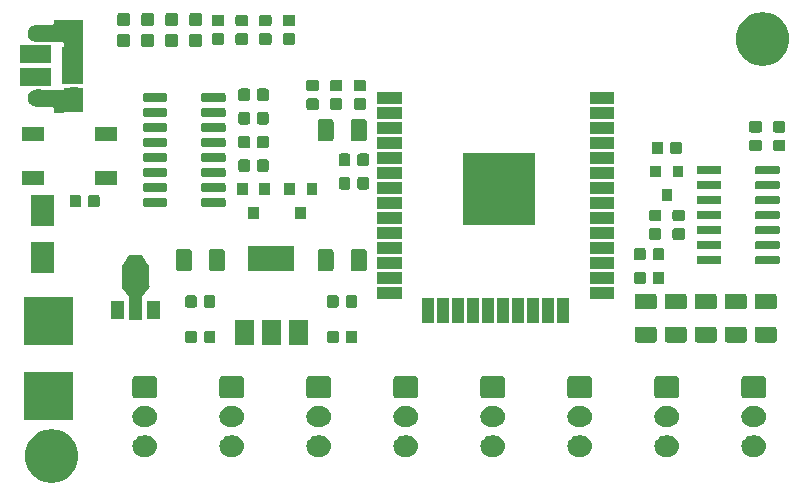
<source format=gbr>
G04 #@! TF.GenerationSoftware,KiCad,Pcbnew,5.1.5*
G04 #@! TF.CreationDate,2020-01-02T18:37:30+01:00*
G04 #@! TF.ProjectId,servodriver,73657276-6f64-4726-9976-65722e6b6963,rev?*
G04 #@! TF.SameCoordinates,Original*
G04 #@! TF.FileFunction,Soldermask,Top*
G04 #@! TF.FilePolarity,Negative*
%FSLAX46Y46*%
G04 Gerber Fmt 4.6, Leading zero omitted, Abs format (unit mm)*
G04 Created by KiCad (PCBNEW 5.1.5) date 2020-01-02 18:37:30*
%MOMM*%
%LPD*%
G04 APERTURE LIST*
%ADD10C,0.100000*%
G04 APERTURE END LIST*
D10*
G36*
X121179880Y-98851776D02*
G01*
X121560593Y-98927504D01*
X121970249Y-99097189D01*
X122338929Y-99343534D01*
X122652466Y-99657071D01*
X122898811Y-100025751D01*
X123068496Y-100435407D01*
X123155000Y-100870296D01*
X123155000Y-101313704D01*
X123068496Y-101748593D01*
X122898811Y-102158249D01*
X122652466Y-102526929D01*
X122338929Y-102840466D01*
X121970249Y-103086811D01*
X121560593Y-103256496D01*
X121179880Y-103332224D01*
X121125705Y-103343000D01*
X120682295Y-103343000D01*
X120628120Y-103332224D01*
X120247407Y-103256496D01*
X119837751Y-103086811D01*
X119469071Y-102840466D01*
X119155534Y-102526929D01*
X118909189Y-102158249D01*
X118739504Y-101748593D01*
X118653000Y-101313704D01*
X118653000Y-100870296D01*
X118739504Y-100435407D01*
X118909189Y-100025751D01*
X119155534Y-99657071D01*
X119469071Y-99343534D01*
X119837751Y-99097189D01*
X120247407Y-98927504D01*
X120628120Y-98851776D01*
X120682295Y-98841000D01*
X121125705Y-98841000D01*
X121179880Y-98851776D01*
G37*
G36*
X136379442Y-99355518D02*
G01*
X136445627Y-99362037D01*
X136615466Y-99413557D01*
X136771991Y-99497222D01*
X136804954Y-99524274D01*
X136909186Y-99609814D01*
X136981247Y-99697622D01*
X137021778Y-99747009D01*
X137105443Y-99903534D01*
X137156963Y-100073373D01*
X137174359Y-100250000D01*
X137156963Y-100426627D01*
X137105443Y-100596466D01*
X137021778Y-100752991D01*
X136999183Y-100780523D01*
X136909186Y-100890186D01*
X136807729Y-100973448D01*
X136771991Y-101002778D01*
X136615466Y-101086443D01*
X136445627Y-101137963D01*
X136379442Y-101144482D01*
X136313260Y-101151000D01*
X135974740Y-101151000D01*
X135908558Y-101144482D01*
X135842373Y-101137963D01*
X135672534Y-101086443D01*
X135516009Y-101002778D01*
X135480271Y-100973448D01*
X135378814Y-100890186D01*
X135288817Y-100780523D01*
X135266222Y-100752991D01*
X135182557Y-100596466D01*
X135131037Y-100426627D01*
X135113641Y-100250000D01*
X135131037Y-100073373D01*
X135182557Y-99903534D01*
X135266222Y-99747009D01*
X135306753Y-99697622D01*
X135378814Y-99609814D01*
X135483046Y-99524274D01*
X135516009Y-99497222D01*
X135672534Y-99413557D01*
X135842373Y-99362037D01*
X135908557Y-99355519D01*
X135974740Y-99349000D01*
X136313260Y-99349000D01*
X136379442Y-99355518D01*
G37*
G36*
X151111442Y-99355518D02*
G01*
X151177627Y-99362037D01*
X151347466Y-99413557D01*
X151503991Y-99497222D01*
X151536954Y-99524274D01*
X151641186Y-99609814D01*
X151713247Y-99697622D01*
X151753778Y-99747009D01*
X151837443Y-99903534D01*
X151888963Y-100073373D01*
X151906359Y-100250000D01*
X151888963Y-100426627D01*
X151837443Y-100596466D01*
X151753778Y-100752991D01*
X151731183Y-100780523D01*
X151641186Y-100890186D01*
X151539729Y-100973448D01*
X151503991Y-101002778D01*
X151347466Y-101086443D01*
X151177627Y-101137963D01*
X151111442Y-101144482D01*
X151045260Y-101151000D01*
X150706740Y-101151000D01*
X150640558Y-101144482D01*
X150574373Y-101137963D01*
X150404534Y-101086443D01*
X150248009Y-101002778D01*
X150212271Y-100973448D01*
X150110814Y-100890186D01*
X150020817Y-100780523D01*
X149998222Y-100752991D01*
X149914557Y-100596466D01*
X149863037Y-100426627D01*
X149845641Y-100250000D01*
X149863037Y-100073373D01*
X149914557Y-99903534D01*
X149998222Y-99747009D01*
X150038753Y-99697622D01*
X150110814Y-99609814D01*
X150215046Y-99524274D01*
X150248009Y-99497222D01*
X150404534Y-99413557D01*
X150574373Y-99362037D01*
X150640557Y-99355519D01*
X150706740Y-99349000D01*
X151045260Y-99349000D01*
X151111442Y-99355518D01*
G37*
G36*
X180575442Y-99355518D02*
G01*
X180641627Y-99362037D01*
X180811466Y-99413557D01*
X180967991Y-99497222D01*
X181000954Y-99524274D01*
X181105186Y-99609814D01*
X181177247Y-99697622D01*
X181217778Y-99747009D01*
X181301443Y-99903534D01*
X181352963Y-100073373D01*
X181370359Y-100250000D01*
X181352963Y-100426627D01*
X181301443Y-100596466D01*
X181217778Y-100752991D01*
X181195183Y-100780523D01*
X181105186Y-100890186D01*
X181003729Y-100973448D01*
X180967991Y-101002778D01*
X180811466Y-101086443D01*
X180641627Y-101137963D01*
X180575442Y-101144482D01*
X180509260Y-101151000D01*
X180170740Y-101151000D01*
X180104558Y-101144482D01*
X180038373Y-101137963D01*
X179868534Y-101086443D01*
X179712009Y-101002778D01*
X179676271Y-100973448D01*
X179574814Y-100890186D01*
X179484817Y-100780523D01*
X179462222Y-100752991D01*
X179378557Y-100596466D01*
X179327037Y-100426627D01*
X179309641Y-100250000D01*
X179327037Y-100073373D01*
X179378557Y-99903534D01*
X179462222Y-99747009D01*
X179502753Y-99697622D01*
X179574814Y-99609814D01*
X179679046Y-99524274D01*
X179712009Y-99497222D01*
X179868534Y-99413557D01*
X180038373Y-99362037D01*
X180104557Y-99355519D01*
X180170740Y-99349000D01*
X180509260Y-99349000D01*
X180575442Y-99355518D01*
G37*
G36*
X158477442Y-99355518D02*
G01*
X158543627Y-99362037D01*
X158713466Y-99413557D01*
X158869991Y-99497222D01*
X158902954Y-99524274D01*
X159007186Y-99609814D01*
X159079247Y-99697622D01*
X159119778Y-99747009D01*
X159203443Y-99903534D01*
X159254963Y-100073373D01*
X159272359Y-100250000D01*
X159254963Y-100426627D01*
X159203443Y-100596466D01*
X159119778Y-100752991D01*
X159097183Y-100780523D01*
X159007186Y-100890186D01*
X158905729Y-100973448D01*
X158869991Y-101002778D01*
X158713466Y-101086443D01*
X158543627Y-101137963D01*
X158477442Y-101144482D01*
X158411260Y-101151000D01*
X158072740Y-101151000D01*
X158006558Y-101144482D01*
X157940373Y-101137963D01*
X157770534Y-101086443D01*
X157614009Y-101002778D01*
X157578271Y-100973448D01*
X157476814Y-100890186D01*
X157386817Y-100780523D01*
X157364222Y-100752991D01*
X157280557Y-100596466D01*
X157229037Y-100426627D01*
X157211641Y-100250000D01*
X157229037Y-100073373D01*
X157280557Y-99903534D01*
X157364222Y-99747009D01*
X157404753Y-99697622D01*
X157476814Y-99609814D01*
X157581046Y-99524274D01*
X157614009Y-99497222D01*
X157770534Y-99413557D01*
X157940373Y-99362037D01*
X158006557Y-99355519D01*
X158072740Y-99349000D01*
X158411260Y-99349000D01*
X158477442Y-99355518D01*
G37*
G36*
X129013442Y-99355518D02*
G01*
X129079627Y-99362037D01*
X129249466Y-99413557D01*
X129405991Y-99497222D01*
X129438954Y-99524274D01*
X129543186Y-99609814D01*
X129615247Y-99697622D01*
X129655778Y-99747009D01*
X129739443Y-99903534D01*
X129790963Y-100073373D01*
X129808359Y-100250000D01*
X129790963Y-100426627D01*
X129739443Y-100596466D01*
X129655778Y-100752991D01*
X129633183Y-100780523D01*
X129543186Y-100890186D01*
X129441729Y-100973448D01*
X129405991Y-101002778D01*
X129249466Y-101086443D01*
X129079627Y-101137963D01*
X129013442Y-101144482D01*
X128947260Y-101151000D01*
X128608740Y-101151000D01*
X128542558Y-101144482D01*
X128476373Y-101137963D01*
X128306534Y-101086443D01*
X128150009Y-101002778D01*
X128114271Y-100973448D01*
X128012814Y-100890186D01*
X127922817Y-100780523D01*
X127900222Y-100752991D01*
X127816557Y-100596466D01*
X127765037Y-100426627D01*
X127747641Y-100250000D01*
X127765037Y-100073373D01*
X127816557Y-99903534D01*
X127900222Y-99747009D01*
X127940753Y-99697622D01*
X128012814Y-99609814D01*
X128117046Y-99524274D01*
X128150009Y-99497222D01*
X128306534Y-99413557D01*
X128476373Y-99362037D01*
X128542557Y-99355519D01*
X128608740Y-99349000D01*
X128947260Y-99349000D01*
X129013442Y-99355518D01*
G37*
G36*
X165843442Y-99355518D02*
G01*
X165909627Y-99362037D01*
X166079466Y-99413557D01*
X166235991Y-99497222D01*
X166268954Y-99524274D01*
X166373186Y-99609814D01*
X166445247Y-99697622D01*
X166485778Y-99747009D01*
X166569443Y-99903534D01*
X166620963Y-100073373D01*
X166638359Y-100250000D01*
X166620963Y-100426627D01*
X166569443Y-100596466D01*
X166485778Y-100752991D01*
X166463183Y-100780523D01*
X166373186Y-100890186D01*
X166271729Y-100973448D01*
X166235991Y-101002778D01*
X166079466Y-101086443D01*
X165909627Y-101137963D01*
X165843442Y-101144482D01*
X165777260Y-101151000D01*
X165438740Y-101151000D01*
X165372558Y-101144482D01*
X165306373Y-101137963D01*
X165136534Y-101086443D01*
X164980009Y-101002778D01*
X164944271Y-100973448D01*
X164842814Y-100890186D01*
X164752817Y-100780523D01*
X164730222Y-100752991D01*
X164646557Y-100596466D01*
X164595037Y-100426627D01*
X164577641Y-100250000D01*
X164595037Y-100073373D01*
X164646557Y-99903534D01*
X164730222Y-99747009D01*
X164770753Y-99697622D01*
X164842814Y-99609814D01*
X164947046Y-99524274D01*
X164980009Y-99497222D01*
X165136534Y-99413557D01*
X165306373Y-99362037D01*
X165372557Y-99355519D01*
X165438740Y-99349000D01*
X165777260Y-99349000D01*
X165843442Y-99355518D01*
G37*
G36*
X173209442Y-99355518D02*
G01*
X173275627Y-99362037D01*
X173445466Y-99413557D01*
X173601991Y-99497222D01*
X173634954Y-99524274D01*
X173739186Y-99609814D01*
X173811247Y-99697622D01*
X173851778Y-99747009D01*
X173935443Y-99903534D01*
X173986963Y-100073373D01*
X174004359Y-100250000D01*
X173986963Y-100426627D01*
X173935443Y-100596466D01*
X173851778Y-100752991D01*
X173829183Y-100780523D01*
X173739186Y-100890186D01*
X173637729Y-100973448D01*
X173601991Y-101002778D01*
X173445466Y-101086443D01*
X173275627Y-101137963D01*
X173209442Y-101144482D01*
X173143260Y-101151000D01*
X172804740Y-101151000D01*
X172738558Y-101144482D01*
X172672373Y-101137963D01*
X172502534Y-101086443D01*
X172346009Y-101002778D01*
X172310271Y-100973448D01*
X172208814Y-100890186D01*
X172118817Y-100780523D01*
X172096222Y-100752991D01*
X172012557Y-100596466D01*
X171961037Y-100426627D01*
X171943641Y-100250000D01*
X171961037Y-100073373D01*
X172012557Y-99903534D01*
X172096222Y-99747009D01*
X172136753Y-99697622D01*
X172208814Y-99609814D01*
X172313046Y-99524274D01*
X172346009Y-99497222D01*
X172502534Y-99413557D01*
X172672373Y-99362037D01*
X172738557Y-99355519D01*
X172804740Y-99349000D01*
X173143260Y-99349000D01*
X173209442Y-99355518D01*
G37*
G36*
X143745442Y-99355518D02*
G01*
X143811627Y-99362037D01*
X143981466Y-99413557D01*
X144137991Y-99497222D01*
X144170954Y-99524274D01*
X144275186Y-99609814D01*
X144347247Y-99697622D01*
X144387778Y-99747009D01*
X144471443Y-99903534D01*
X144522963Y-100073373D01*
X144540359Y-100250000D01*
X144522963Y-100426627D01*
X144471443Y-100596466D01*
X144387778Y-100752991D01*
X144365183Y-100780523D01*
X144275186Y-100890186D01*
X144173729Y-100973448D01*
X144137991Y-101002778D01*
X143981466Y-101086443D01*
X143811627Y-101137963D01*
X143745442Y-101144482D01*
X143679260Y-101151000D01*
X143340740Y-101151000D01*
X143274558Y-101144482D01*
X143208373Y-101137963D01*
X143038534Y-101086443D01*
X142882009Y-101002778D01*
X142846271Y-100973448D01*
X142744814Y-100890186D01*
X142654817Y-100780523D01*
X142632222Y-100752991D01*
X142548557Y-100596466D01*
X142497037Y-100426627D01*
X142479641Y-100250000D01*
X142497037Y-100073373D01*
X142548557Y-99903534D01*
X142632222Y-99747009D01*
X142672753Y-99697622D01*
X142744814Y-99609814D01*
X142849046Y-99524274D01*
X142882009Y-99497222D01*
X143038534Y-99413557D01*
X143208373Y-99362037D01*
X143274557Y-99355519D01*
X143340740Y-99349000D01*
X143679260Y-99349000D01*
X143745442Y-99355518D01*
G37*
G36*
X165843442Y-96855518D02*
G01*
X165909627Y-96862037D01*
X166079466Y-96913557D01*
X166235991Y-96997222D01*
X166271729Y-97026552D01*
X166373186Y-97109814D01*
X166456448Y-97211271D01*
X166485778Y-97247009D01*
X166569443Y-97403534D01*
X166620963Y-97573373D01*
X166638359Y-97750000D01*
X166620963Y-97926627D01*
X166569443Y-98096466D01*
X166485778Y-98252991D01*
X166456448Y-98288729D01*
X166373186Y-98390186D01*
X166271729Y-98473448D01*
X166235991Y-98502778D01*
X166079466Y-98586443D01*
X165909627Y-98637963D01*
X165843443Y-98644481D01*
X165777260Y-98651000D01*
X165438740Y-98651000D01*
X165372557Y-98644481D01*
X165306373Y-98637963D01*
X165136534Y-98586443D01*
X164980009Y-98502778D01*
X164944271Y-98473448D01*
X164842814Y-98390186D01*
X164759552Y-98288729D01*
X164730222Y-98252991D01*
X164646557Y-98096466D01*
X164595037Y-97926627D01*
X164577641Y-97750000D01*
X164595037Y-97573373D01*
X164646557Y-97403534D01*
X164730222Y-97247009D01*
X164759552Y-97211271D01*
X164842814Y-97109814D01*
X164944271Y-97026552D01*
X164980009Y-96997222D01*
X165136534Y-96913557D01*
X165306373Y-96862037D01*
X165372557Y-96855519D01*
X165438740Y-96849000D01*
X165777260Y-96849000D01*
X165843442Y-96855518D01*
G37*
G36*
X180575442Y-96855518D02*
G01*
X180641627Y-96862037D01*
X180811466Y-96913557D01*
X180967991Y-96997222D01*
X181003729Y-97026552D01*
X181105186Y-97109814D01*
X181188448Y-97211271D01*
X181217778Y-97247009D01*
X181301443Y-97403534D01*
X181352963Y-97573373D01*
X181370359Y-97750000D01*
X181352963Y-97926627D01*
X181301443Y-98096466D01*
X181217778Y-98252991D01*
X181188448Y-98288729D01*
X181105186Y-98390186D01*
X181003729Y-98473448D01*
X180967991Y-98502778D01*
X180811466Y-98586443D01*
X180641627Y-98637963D01*
X180575443Y-98644481D01*
X180509260Y-98651000D01*
X180170740Y-98651000D01*
X180104557Y-98644481D01*
X180038373Y-98637963D01*
X179868534Y-98586443D01*
X179712009Y-98502778D01*
X179676271Y-98473448D01*
X179574814Y-98390186D01*
X179491552Y-98288729D01*
X179462222Y-98252991D01*
X179378557Y-98096466D01*
X179327037Y-97926627D01*
X179309641Y-97750000D01*
X179327037Y-97573373D01*
X179378557Y-97403534D01*
X179462222Y-97247009D01*
X179491552Y-97211271D01*
X179574814Y-97109814D01*
X179676271Y-97026552D01*
X179712009Y-96997222D01*
X179868534Y-96913557D01*
X180038373Y-96862037D01*
X180104557Y-96855519D01*
X180170740Y-96849000D01*
X180509260Y-96849000D01*
X180575442Y-96855518D01*
G37*
G36*
X173209442Y-96855518D02*
G01*
X173275627Y-96862037D01*
X173445466Y-96913557D01*
X173601991Y-96997222D01*
X173637729Y-97026552D01*
X173739186Y-97109814D01*
X173822448Y-97211271D01*
X173851778Y-97247009D01*
X173935443Y-97403534D01*
X173986963Y-97573373D01*
X174004359Y-97750000D01*
X173986963Y-97926627D01*
X173935443Y-98096466D01*
X173851778Y-98252991D01*
X173822448Y-98288729D01*
X173739186Y-98390186D01*
X173637729Y-98473448D01*
X173601991Y-98502778D01*
X173445466Y-98586443D01*
X173275627Y-98637963D01*
X173209443Y-98644481D01*
X173143260Y-98651000D01*
X172804740Y-98651000D01*
X172738557Y-98644481D01*
X172672373Y-98637963D01*
X172502534Y-98586443D01*
X172346009Y-98502778D01*
X172310271Y-98473448D01*
X172208814Y-98390186D01*
X172125552Y-98288729D01*
X172096222Y-98252991D01*
X172012557Y-98096466D01*
X171961037Y-97926627D01*
X171943641Y-97750000D01*
X171961037Y-97573373D01*
X172012557Y-97403534D01*
X172096222Y-97247009D01*
X172125552Y-97211271D01*
X172208814Y-97109814D01*
X172310271Y-97026552D01*
X172346009Y-96997222D01*
X172502534Y-96913557D01*
X172672373Y-96862037D01*
X172738557Y-96855519D01*
X172804740Y-96849000D01*
X173143260Y-96849000D01*
X173209442Y-96855518D01*
G37*
G36*
X151111442Y-96855518D02*
G01*
X151177627Y-96862037D01*
X151347466Y-96913557D01*
X151503991Y-96997222D01*
X151539729Y-97026552D01*
X151641186Y-97109814D01*
X151724448Y-97211271D01*
X151753778Y-97247009D01*
X151837443Y-97403534D01*
X151888963Y-97573373D01*
X151906359Y-97750000D01*
X151888963Y-97926627D01*
X151837443Y-98096466D01*
X151753778Y-98252991D01*
X151724448Y-98288729D01*
X151641186Y-98390186D01*
X151539729Y-98473448D01*
X151503991Y-98502778D01*
X151347466Y-98586443D01*
X151177627Y-98637963D01*
X151111443Y-98644481D01*
X151045260Y-98651000D01*
X150706740Y-98651000D01*
X150640557Y-98644481D01*
X150574373Y-98637963D01*
X150404534Y-98586443D01*
X150248009Y-98502778D01*
X150212271Y-98473448D01*
X150110814Y-98390186D01*
X150027552Y-98288729D01*
X149998222Y-98252991D01*
X149914557Y-98096466D01*
X149863037Y-97926627D01*
X149845641Y-97750000D01*
X149863037Y-97573373D01*
X149914557Y-97403534D01*
X149998222Y-97247009D01*
X150027552Y-97211271D01*
X150110814Y-97109814D01*
X150212271Y-97026552D01*
X150248009Y-96997222D01*
X150404534Y-96913557D01*
X150574373Y-96862037D01*
X150640557Y-96855519D01*
X150706740Y-96849000D01*
X151045260Y-96849000D01*
X151111442Y-96855518D01*
G37*
G36*
X143745442Y-96855518D02*
G01*
X143811627Y-96862037D01*
X143981466Y-96913557D01*
X144137991Y-96997222D01*
X144173729Y-97026552D01*
X144275186Y-97109814D01*
X144358448Y-97211271D01*
X144387778Y-97247009D01*
X144471443Y-97403534D01*
X144522963Y-97573373D01*
X144540359Y-97750000D01*
X144522963Y-97926627D01*
X144471443Y-98096466D01*
X144387778Y-98252991D01*
X144358448Y-98288729D01*
X144275186Y-98390186D01*
X144173729Y-98473448D01*
X144137991Y-98502778D01*
X143981466Y-98586443D01*
X143811627Y-98637963D01*
X143745443Y-98644481D01*
X143679260Y-98651000D01*
X143340740Y-98651000D01*
X143274557Y-98644481D01*
X143208373Y-98637963D01*
X143038534Y-98586443D01*
X142882009Y-98502778D01*
X142846271Y-98473448D01*
X142744814Y-98390186D01*
X142661552Y-98288729D01*
X142632222Y-98252991D01*
X142548557Y-98096466D01*
X142497037Y-97926627D01*
X142479641Y-97750000D01*
X142497037Y-97573373D01*
X142548557Y-97403534D01*
X142632222Y-97247009D01*
X142661552Y-97211271D01*
X142744814Y-97109814D01*
X142846271Y-97026552D01*
X142882009Y-96997222D01*
X143038534Y-96913557D01*
X143208373Y-96862037D01*
X143274557Y-96855519D01*
X143340740Y-96849000D01*
X143679260Y-96849000D01*
X143745442Y-96855518D01*
G37*
G36*
X136379442Y-96855518D02*
G01*
X136445627Y-96862037D01*
X136615466Y-96913557D01*
X136771991Y-96997222D01*
X136807729Y-97026552D01*
X136909186Y-97109814D01*
X136992448Y-97211271D01*
X137021778Y-97247009D01*
X137105443Y-97403534D01*
X137156963Y-97573373D01*
X137174359Y-97750000D01*
X137156963Y-97926627D01*
X137105443Y-98096466D01*
X137021778Y-98252991D01*
X136992448Y-98288729D01*
X136909186Y-98390186D01*
X136807729Y-98473448D01*
X136771991Y-98502778D01*
X136615466Y-98586443D01*
X136445627Y-98637963D01*
X136379443Y-98644481D01*
X136313260Y-98651000D01*
X135974740Y-98651000D01*
X135908557Y-98644481D01*
X135842373Y-98637963D01*
X135672534Y-98586443D01*
X135516009Y-98502778D01*
X135480271Y-98473448D01*
X135378814Y-98390186D01*
X135295552Y-98288729D01*
X135266222Y-98252991D01*
X135182557Y-98096466D01*
X135131037Y-97926627D01*
X135113641Y-97750000D01*
X135131037Y-97573373D01*
X135182557Y-97403534D01*
X135266222Y-97247009D01*
X135295552Y-97211271D01*
X135378814Y-97109814D01*
X135480271Y-97026552D01*
X135516009Y-96997222D01*
X135672534Y-96913557D01*
X135842373Y-96862037D01*
X135908557Y-96855519D01*
X135974740Y-96849000D01*
X136313260Y-96849000D01*
X136379442Y-96855518D01*
G37*
G36*
X158477442Y-96855518D02*
G01*
X158543627Y-96862037D01*
X158713466Y-96913557D01*
X158869991Y-96997222D01*
X158905729Y-97026552D01*
X159007186Y-97109814D01*
X159090448Y-97211271D01*
X159119778Y-97247009D01*
X159203443Y-97403534D01*
X159254963Y-97573373D01*
X159272359Y-97750000D01*
X159254963Y-97926627D01*
X159203443Y-98096466D01*
X159119778Y-98252991D01*
X159090448Y-98288729D01*
X159007186Y-98390186D01*
X158905729Y-98473448D01*
X158869991Y-98502778D01*
X158713466Y-98586443D01*
X158543627Y-98637963D01*
X158477443Y-98644481D01*
X158411260Y-98651000D01*
X158072740Y-98651000D01*
X158006557Y-98644481D01*
X157940373Y-98637963D01*
X157770534Y-98586443D01*
X157614009Y-98502778D01*
X157578271Y-98473448D01*
X157476814Y-98390186D01*
X157393552Y-98288729D01*
X157364222Y-98252991D01*
X157280557Y-98096466D01*
X157229037Y-97926627D01*
X157211641Y-97750000D01*
X157229037Y-97573373D01*
X157280557Y-97403534D01*
X157364222Y-97247009D01*
X157393552Y-97211271D01*
X157476814Y-97109814D01*
X157578271Y-97026552D01*
X157614009Y-96997222D01*
X157770534Y-96913557D01*
X157940373Y-96862037D01*
X158006557Y-96855519D01*
X158072740Y-96849000D01*
X158411260Y-96849000D01*
X158477442Y-96855518D01*
G37*
G36*
X129013442Y-96855518D02*
G01*
X129079627Y-96862037D01*
X129249466Y-96913557D01*
X129405991Y-96997222D01*
X129441729Y-97026552D01*
X129543186Y-97109814D01*
X129626448Y-97211271D01*
X129655778Y-97247009D01*
X129739443Y-97403534D01*
X129790963Y-97573373D01*
X129808359Y-97750000D01*
X129790963Y-97926627D01*
X129739443Y-98096466D01*
X129655778Y-98252991D01*
X129626448Y-98288729D01*
X129543186Y-98390186D01*
X129441729Y-98473448D01*
X129405991Y-98502778D01*
X129249466Y-98586443D01*
X129079627Y-98637963D01*
X129013443Y-98644481D01*
X128947260Y-98651000D01*
X128608740Y-98651000D01*
X128542557Y-98644481D01*
X128476373Y-98637963D01*
X128306534Y-98586443D01*
X128150009Y-98502778D01*
X128114271Y-98473448D01*
X128012814Y-98390186D01*
X127929552Y-98288729D01*
X127900222Y-98252991D01*
X127816557Y-98096466D01*
X127765037Y-97926627D01*
X127747641Y-97750000D01*
X127765037Y-97573373D01*
X127816557Y-97403534D01*
X127900222Y-97247009D01*
X127929552Y-97211271D01*
X128012814Y-97109814D01*
X128114271Y-97026552D01*
X128150009Y-96997222D01*
X128306534Y-96913557D01*
X128476373Y-96862037D01*
X128542557Y-96855519D01*
X128608740Y-96849000D01*
X128947260Y-96849000D01*
X129013442Y-96855518D01*
G37*
G36*
X122701000Y-98063000D02*
G01*
X118599000Y-98063000D01*
X118599000Y-93961000D01*
X122701000Y-93961000D01*
X122701000Y-98063000D01*
G37*
G36*
X173857600Y-94352989D02*
G01*
X173890652Y-94363015D01*
X173921103Y-94379292D01*
X173947799Y-94401201D01*
X173969708Y-94427897D01*
X173985985Y-94458348D01*
X173996011Y-94491400D01*
X174000000Y-94531903D01*
X174000000Y-95968097D01*
X173996011Y-96008600D01*
X173985985Y-96041652D01*
X173969708Y-96072103D01*
X173947799Y-96098799D01*
X173921103Y-96120708D01*
X173890652Y-96136985D01*
X173857600Y-96147011D01*
X173817097Y-96151000D01*
X172130903Y-96151000D01*
X172090400Y-96147011D01*
X172057348Y-96136985D01*
X172026897Y-96120708D01*
X172000201Y-96098799D01*
X171978292Y-96072103D01*
X171962015Y-96041652D01*
X171951989Y-96008600D01*
X171948000Y-95968097D01*
X171948000Y-94531903D01*
X171951989Y-94491400D01*
X171962015Y-94458348D01*
X171978292Y-94427897D01*
X172000201Y-94401201D01*
X172026897Y-94379292D01*
X172057348Y-94363015D01*
X172090400Y-94352989D01*
X172130903Y-94349000D01*
X173817097Y-94349000D01*
X173857600Y-94352989D01*
G37*
G36*
X151759600Y-94352989D02*
G01*
X151792652Y-94363015D01*
X151823103Y-94379292D01*
X151849799Y-94401201D01*
X151871708Y-94427897D01*
X151887985Y-94458348D01*
X151898011Y-94491400D01*
X151902000Y-94531903D01*
X151902000Y-95968097D01*
X151898011Y-96008600D01*
X151887985Y-96041652D01*
X151871708Y-96072103D01*
X151849799Y-96098799D01*
X151823103Y-96120708D01*
X151792652Y-96136985D01*
X151759600Y-96147011D01*
X151719097Y-96151000D01*
X150032903Y-96151000D01*
X149992400Y-96147011D01*
X149959348Y-96136985D01*
X149928897Y-96120708D01*
X149902201Y-96098799D01*
X149880292Y-96072103D01*
X149864015Y-96041652D01*
X149853989Y-96008600D01*
X149850000Y-95968097D01*
X149850000Y-94531903D01*
X149853989Y-94491400D01*
X149864015Y-94458348D01*
X149880292Y-94427897D01*
X149902201Y-94401201D01*
X149928897Y-94379292D01*
X149959348Y-94363015D01*
X149992400Y-94352989D01*
X150032903Y-94349000D01*
X151719097Y-94349000D01*
X151759600Y-94352989D01*
G37*
G36*
X159125600Y-94352989D02*
G01*
X159158652Y-94363015D01*
X159189103Y-94379292D01*
X159215799Y-94401201D01*
X159237708Y-94427897D01*
X159253985Y-94458348D01*
X159264011Y-94491400D01*
X159268000Y-94531903D01*
X159268000Y-95968097D01*
X159264011Y-96008600D01*
X159253985Y-96041652D01*
X159237708Y-96072103D01*
X159215799Y-96098799D01*
X159189103Y-96120708D01*
X159158652Y-96136985D01*
X159125600Y-96147011D01*
X159085097Y-96151000D01*
X157398903Y-96151000D01*
X157358400Y-96147011D01*
X157325348Y-96136985D01*
X157294897Y-96120708D01*
X157268201Y-96098799D01*
X157246292Y-96072103D01*
X157230015Y-96041652D01*
X157219989Y-96008600D01*
X157216000Y-95968097D01*
X157216000Y-94531903D01*
X157219989Y-94491400D01*
X157230015Y-94458348D01*
X157246292Y-94427897D01*
X157268201Y-94401201D01*
X157294897Y-94379292D01*
X157325348Y-94363015D01*
X157358400Y-94352989D01*
X157398903Y-94349000D01*
X159085097Y-94349000D01*
X159125600Y-94352989D01*
G37*
G36*
X137027600Y-94352989D02*
G01*
X137060652Y-94363015D01*
X137091103Y-94379292D01*
X137117799Y-94401201D01*
X137139708Y-94427897D01*
X137155985Y-94458348D01*
X137166011Y-94491400D01*
X137170000Y-94531903D01*
X137170000Y-95968097D01*
X137166011Y-96008600D01*
X137155985Y-96041652D01*
X137139708Y-96072103D01*
X137117799Y-96098799D01*
X137091103Y-96120708D01*
X137060652Y-96136985D01*
X137027600Y-96147011D01*
X136987097Y-96151000D01*
X135300903Y-96151000D01*
X135260400Y-96147011D01*
X135227348Y-96136985D01*
X135196897Y-96120708D01*
X135170201Y-96098799D01*
X135148292Y-96072103D01*
X135132015Y-96041652D01*
X135121989Y-96008600D01*
X135118000Y-95968097D01*
X135118000Y-94531903D01*
X135121989Y-94491400D01*
X135132015Y-94458348D01*
X135148292Y-94427897D01*
X135170201Y-94401201D01*
X135196897Y-94379292D01*
X135227348Y-94363015D01*
X135260400Y-94352989D01*
X135300903Y-94349000D01*
X136987097Y-94349000D01*
X137027600Y-94352989D01*
G37*
G36*
X144393600Y-94352989D02*
G01*
X144426652Y-94363015D01*
X144457103Y-94379292D01*
X144483799Y-94401201D01*
X144505708Y-94427897D01*
X144521985Y-94458348D01*
X144532011Y-94491400D01*
X144536000Y-94531903D01*
X144536000Y-95968097D01*
X144532011Y-96008600D01*
X144521985Y-96041652D01*
X144505708Y-96072103D01*
X144483799Y-96098799D01*
X144457103Y-96120708D01*
X144426652Y-96136985D01*
X144393600Y-96147011D01*
X144353097Y-96151000D01*
X142666903Y-96151000D01*
X142626400Y-96147011D01*
X142593348Y-96136985D01*
X142562897Y-96120708D01*
X142536201Y-96098799D01*
X142514292Y-96072103D01*
X142498015Y-96041652D01*
X142487989Y-96008600D01*
X142484000Y-95968097D01*
X142484000Y-94531903D01*
X142487989Y-94491400D01*
X142498015Y-94458348D01*
X142514292Y-94427897D01*
X142536201Y-94401201D01*
X142562897Y-94379292D01*
X142593348Y-94363015D01*
X142626400Y-94352989D01*
X142666903Y-94349000D01*
X144353097Y-94349000D01*
X144393600Y-94352989D01*
G37*
G36*
X181223600Y-94352989D02*
G01*
X181256652Y-94363015D01*
X181287103Y-94379292D01*
X181313799Y-94401201D01*
X181335708Y-94427897D01*
X181351985Y-94458348D01*
X181362011Y-94491400D01*
X181366000Y-94531903D01*
X181366000Y-95968097D01*
X181362011Y-96008600D01*
X181351985Y-96041652D01*
X181335708Y-96072103D01*
X181313799Y-96098799D01*
X181287103Y-96120708D01*
X181256652Y-96136985D01*
X181223600Y-96147011D01*
X181183097Y-96151000D01*
X179496903Y-96151000D01*
X179456400Y-96147011D01*
X179423348Y-96136985D01*
X179392897Y-96120708D01*
X179366201Y-96098799D01*
X179344292Y-96072103D01*
X179328015Y-96041652D01*
X179317989Y-96008600D01*
X179314000Y-95968097D01*
X179314000Y-94531903D01*
X179317989Y-94491400D01*
X179328015Y-94458348D01*
X179344292Y-94427897D01*
X179366201Y-94401201D01*
X179392897Y-94379292D01*
X179423348Y-94363015D01*
X179456400Y-94352989D01*
X179496903Y-94349000D01*
X181183097Y-94349000D01*
X181223600Y-94352989D01*
G37*
G36*
X166491600Y-94352989D02*
G01*
X166524652Y-94363015D01*
X166555103Y-94379292D01*
X166581799Y-94401201D01*
X166603708Y-94427897D01*
X166619985Y-94458348D01*
X166630011Y-94491400D01*
X166634000Y-94531903D01*
X166634000Y-95968097D01*
X166630011Y-96008600D01*
X166619985Y-96041652D01*
X166603708Y-96072103D01*
X166581799Y-96098799D01*
X166555103Y-96120708D01*
X166524652Y-96136985D01*
X166491600Y-96147011D01*
X166451097Y-96151000D01*
X164764903Y-96151000D01*
X164724400Y-96147011D01*
X164691348Y-96136985D01*
X164660897Y-96120708D01*
X164634201Y-96098799D01*
X164612292Y-96072103D01*
X164596015Y-96041652D01*
X164585989Y-96008600D01*
X164582000Y-95968097D01*
X164582000Y-94531903D01*
X164585989Y-94491400D01*
X164596015Y-94458348D01*
X164612292Y-94427897D01*
X164634201Y-94401201D01*
X164660897Y-94379292D01*
X164691348Y-94363015D01*
X164724400Y-94352989D01*
X164764903Y-94349000D01*
X166451097Y-94349000D01*
X166491600Y-94352989D01*
G37*
G36*
X129661600Y-94352989D02*
G01*
X129694652Y-94363015D01*
X129725103Y-94379292D01*
X129751799Y-94401201D01*
X129773708Y-94427897D01*
X129789985Y-94458348D01*
X129800011Y-94491400D01*
X129804000Y-94531903D01*
X129804000Y-95968097D01*
X129800011Y-96008600D01*
X129789985Y-96041652D01*
X129773708Y-96072103D01*
X129751799Y-96098799D01*
X129725103Y-96120708D01*
X129694652Y-96136985D01*
X129661600Y-96147011D01*
X129621097Y-96151000D01*
X127934903Y-96151000D01*
X127894400Y-96147011D01*
X127861348Y-96136985D01*
X127830897Y-96120708D01*
X127804201Y-96098799D01*
X127782292Y-96072103D01*
X127766015Y-96041652D01*
X127755989Y-96008600D01*
X127752000Y-95968097D01*
X127752000Y-94531903D01*
X127755989Y-94491400D01*
X127766015Y-94458348D01*
X127782292Y-94427897D01*
X127804201Y-94401201D01*
X127830897Y-94379292D01*
X127861348Y-94363015D01*
X127894400Y-94352989D01*
X127934903Y-94349000D01*
X129621097Y-94349000D01*
X129661600Y-94352989D01*
G37*
G36*
X122701000Y-91713000D02*
G01*
X118599000Y-91713000D01*
X118599000Y-87611000D01*
X122701000Y-87611000D01*
X122701000Y-91713000D01*
G37*
G36*
X138001000Y-91701000D02*
G01*
X136399000Y-91701000D01*
X136399000Y-89599000D01*
X138001000Y-89599000D01*
X138001000Y-91701000D01*
G37*
G36*
X140301000Y-91701000D02*
G01*
X138699000Y-91701000D01*
X138699000Y-89599000D01*
X140301000Y-89599000D01*
X140301000Y-91701000D01*
G37*
G36*
X142601000Y-91701000D02*
G01*
X140999000Y-91701000D01*
X140999000Y-89599000D01*
X142601000Y-89599000D01*
X142601000Y-91701000D01*
G37*
G36*
X146629591Y-90478085D02*
G01*
X146663569Y-90488393D01*
X146694890Y-90505134D01*
X146722339Y-90527661D01*
X146744866Y-90555110D01*
X146761607Y-90586431D01*
X146771915Y-90620409D01*
X146776000Y-90661890D01*
X146776000Y-91338110D01*
X146771915Y-91379591D01*
X146761607Y-91413569D01*
X146744866Y-91444890D01*
X146722339Y-91472339D01*
X146694890Y-91494866D01*
X146663569Y-91511607D01*
X146629591Y-91521915D01*
X146588110Y-91526000D01*
X145986890Y-91526000D01*
X145945409Y-91521915D01*
X145911431Y-91511607D01*
X145880110Y-91494866D01*
X145852661Y-91472339D01*
X145830134Y-91444890D01*
X145813393Y-91413569D01*
X145803085Y-91379591D01*
X145799000Y-91338110D01*
X145799000Y-90661890D01*
X145803085Y-90620409D01*
X145813393Y-90586431D01*
X145830134Y-90555110D01*
X145852661Y-90527661D01*
X145880110Y-90505134D01*
X145911431Y-90488393D01*
X145945409Y-90478085D01*
X145986890Y-90474000D01*
X146588110Y-90474000D01*
X146629591Y-90478085D01*
G37*
G36*
X133054591Y-90478085D02*
G01*
X133088569Y-90488393D01*
X133119890Y-90505134D01*
X133147339Y-90527661D01*
X133169866Y-90555110D01*
X133186607Y-90586431D01*
X133196915Y-90620409D01*
X133201000Y-90661890D01*
X133201000Y-91338110D01*
X133196915Y-91379591D01*
X133186607Y-91413569D01*
X133169866Y-91444890D01*
X133147339Y-91472339D01*
X133119890Y-91494866D01*
X133088569Y-91511607D01*
X133054591Y-91521915D01*
X133013110Y-91526000D01*
X132411890Y-91526000D01*
X132370409Y-91521915D01*
X132336431Y-91511607D01*
X132305110Y-91494866D01*
X132277661Y-91472339D01*
X132255134Y-91444890D01*
X132238393Y-91413569D01*
X132228085Y-91379591D01*
X132224000Y-91338110D01*
X132224000Y-90661890D01*
X132228085Y-90620409D01*
X132238393Y-90586431D01*
X132255134Y-90555110D01*
X132277661Y-90527661D01*
X132305110Y-90505134D01*
X132336431Y-90488393D01*
X132370409Y-90478085D01*
X132411890Y-90474000D01*
X133013110Y-90474000D01*
X133054591Y-90478085D01*
G37*
G36*
X145054591Y-90478085D02*
G01*
X145088569Y-90488393D01*
X145119890Y-90505134D01*
X145147339Y-90527661D01*
X145169866Y-90555110D01*
X145186607Y-90586431D01*
X145196915Y-90620409D01*
X145201000Y-90661890D01*
X145201000Y-91338110D01*
X145196915Y-91379591D01*
X145186607Y-91413569D01*
X145169866Y-91444890D01*
X145147339Y-91472339D01*
X145119890Y-91494866D01*
X145088569Y-91511607D01*
X145054591Y-91521915D01*
X145013110Y-91526000D01*
X144411890Y-91526000D01*
X144370409Y-91521915D01*
X144336431Y-91511607D01*
X144305110Y-91494866D01*
X144277661Y-91472339D01*
X144255134Y-91444890D01*
X144238393Y-91413569D01*
X144228085Y-91379591D01*
X144224000Y-91338110D01*
X144224000Y-90661890D01*
X144228085Y-90620409D01*
X144238393Y-90586431D01*
X144255134Y-90555110D01*
X144277661Y-90527661D01*
X144305110Y-90505134D01*
X144336431Y-90488393D01*
X144370409Y-90478085D01*
X144411890Y-90474000D01*
X145013110Y-90474000D01*
X145054591Y-90478085D01*
G37*
G36*
X134629591Y-90478085D02*
G01*
X134663569Y-90488393D01*
X134694890Y-90505134D01*
X134722339Y-90527661D01*
X134744866Y-90555110D01*
X134761607Y-90586431D01*
X134771915Y-90620409D01*
X134776000Y-90661890D01*
X134776000Y-91338110D01*
X134771915Y-91379591D01*
X134761607Y-91413569D01*
X134744866Y-91444890D01*
X134722339Y-91472339D01*
X134694890Y-91494866D01*
X134663569Y-91511607D01*
X134629591Y-91521915D01*
X134588110Y-91526000D01*
X133986890Y-91526000D01*
X133945409Y-91521915D01*
X133911431Y-91511607D01*
X133880110Y-91494866D01*
X133852661Y-91472339D01*
X133830134Y-91444890D01*
X133813393Y-91413569D01*
X133803085Y-91379591D01*
X133799000Y-91338110D01*
X133799000Y-90661890D01*
X133803085Y-90620409D01*
X133813393Y-90586431D01*
X133830134Y-90555110D01*
X133852661Y-90527661D01*
X133880110Y-90505134D01*
X133911431Y-90488393D01*
X133945409Y-90478085D01*
X133986890Y-90474000D01*
X134588110Y-90474000D01*
X134629591Y-90478085D01*
G37*
G36*
X182124604Y-90136347D02*
G01*
X182161144Y-90147432D01*
X182194821Y-90165433D01*
X182224341Y-90189659D01*
X182248567Y-90219179D01*
X182266568Y-90252856D01*
X182277653Y-90289396D01*
X182282000Y-90333538D01*
X182282000Y-91282462D01*
X182277653Y-91326604D01*
X182266568Y-91363144D01*
X182248567Y-91396821D01*
X182224341Y-91426341D01*
X182194821Y-91450567D01*
X182161144Y-91468568D01*
X182124604Y-91479653D01*
X182080462Y-91484000D01*
X180631538Y-91484000D01*
X180587396Y-91479653D01*
X180550856Y-91468568D01*
X180517179Y-91450567D01*
X180487659Y-91426341D01*
X180463433Y-91396821D01*
X180445432Y-91363144D01*
X180434347Y-91326604D01*
X180430000Y-91282462D01*
X180430000Y-90333538D01*
X180434347Y-90289396D01*
X180445432Y-90252856D01*
X180463433Y-90219179D01*
X180487659Y-90189659D01*
X180517179Y-90165433D01*
X180550856Y-90147432D01*
X180587396Y-90136347D01*
X180631538Y-90132000D01*
X182080462Y-90132000D01*
X182124604Y-90136347D01*
G37*
G36*
X179584604Y-90136347D02*
G01*
X179621144Y-90147432D01*
X179654821Y-90165433D01*
X179684341Y-90189659D01*
X179708567Y-90219179D01*
X179726568Y-90252856D01*
X179737653Y-90289396D01*
X179742000Y-90333538D01*
X179742000Y-91282462D01*
X179737653Y-91326604D01*
X179726568Y-91363144D01*
X179708567Y-91396821D01*
X179684341Y-91426341D01*
X179654821Y-91450567D01*
X179621144Y-91468568D01*
X179584604Y-91479653D01*
X179540462Y-91484000D01*
X178091538Y-91484000D01*
X178047396Y-91479653D01*
X178010856Y-91468568D01*
X177977179Y-91450567D01*
X177947659Y-91426341D01*
X177923433Y-91396821D01*
X177905432Y-91363144D01*
X177894347Y-91326604D01*
X177890000Y-91282462D01*
X177890000Y-90333538D01*
X177894347Y-90289396D01*
X177905432Y-90252856D01*
X177923433Y-90219179D01*
X177947659Y-90189659D01*
X177977179Y-90165433D01*
X178010856Y-90147432D01*
X178047396Y-90136347D01*
X178091538Y-90132000D01*
X179540462Y-90132000D01*
X179584604Y-90136347D01*
G37*
G36*
X171964604Y-90136347D02*
G01*
X172001144Y-90147432D01*
X172034821Y-90165433D01*
X172064341Y-90189659D01*
X172088567Y-90219179D01*
X172106568Y-90252856D01*
X172117653Y-90289396D01*
X172122000Y-90333538D01*
X172122000Y-91282462D01*
X172117653Y-91326604D01*
X172106568Y-91363144D01*
X172088567Y-91396821D01*
X172064341Y-91426341D01*
X172034821Y-91450567D01*
X172001144Y-91468568D01*
X171964604Y-91479653D01*
X171920462Y-91484000D01*
X170471538Y-91484000D01*
X170427396Y-91479653D01*
X170390856Y-91468568D01*
X170357179Y-91450567D01*
X170327659Y-91426341D01*
X170303433Y-91396821D01*
X170285432Y-91363144D01*
X170274347Y-91326604D01*
X170270000Y-91282462D01*
X170270000Y-90333538D01*
X170274347Y-90289396D01*
X170285432Y-90252856D01*
X170303433Y-90219179D01*
X170327659Y-90189659D01*
X170357179Y-90165433D01*
X170390856Y-90147432D01*
X170427396Y-90136347D01*
X170471538Y-90132000D01*
X171920462Y-90132000D01*
X171964604Y-90136347D01*
G37*
G36*
X177044604Y-90136347D02*
G01*
X177081144Y-90147432D01*
X177114821Y-90165433D01*
X177144341Y-90189659D01*
X177168567Y-90219179D01*
X177186568Y-90252856D01*
X177197653Y-90289396D01*
X177202000Y-90333538D01*
X177202000Y-91282462D01*
X177197653Y-91326604D01*
X177186568Y-91363144D01*
X177168567Y-91396821D01*
X177144341Y-91426341D01*
X177114821Y-91450567D01*
X177081144Y-91468568D01*
X177044604Y-91479653D01*
X177000462Y-91484000D01*
X175551538Y-91484000D01*
X175507396Y-91479653D01*
X175470856Y-91468568D01*
X175437179Y-91450567D01*
X175407659Y-91426341D01*
X175383433Y-91396821D01*
X175365432Y-91363144D01*
X175354347Y-91326604D01*
X175350000Y-91282462D01*
X175350000Y-90333538D01*
X175354347Y-90289396D01*
X175365432Y-90252856D01*
X175383433Y-90219179D01*
X175407659Y-90189659D01*
X175437179Y-90165433D01*
X175470856Y-90147432D01*
X175507396Y-90136347D01*
X175551538Y-90132000D01*
X177000462Y-90132000D01*
X177044604Y-90136347D01*
G37*
G36*
X174504604Y-90136347D02*
G01*
X174541144Y-90147432D01*
X174574821Y-90165433D01*
X174604341Y-90189659D01*
X174628567Y-90219179D01*
X174646568Y-90252856D01*
X174657653Y-90289396D01*
X174662000Y-90333538D01*
X174662000Y-91282462D01*
X174657653Y-91326604D01*
X174646568Y-91363144D01*
X174628567Y-91396821D01*
X174604341Y-91426341D01*
X174574821Y-91450567D01*
X174541144Y-91468568D01*
X174504604Y-91479653D01*
X174460462Y-91484000D01*
X173011538Y-91484000D01*
X172967396Y-91479653D01*
X172930856Y-91468568D01*
X172897179Y-91450567D01*
X172867659Y-91426341D01*
X172843433Y-91396821D01*
X172825432Y-91363144D01*
X172814347Y-91326604D01*
X172810000Y-91282462D01*
X172810000Y-90333538D01*
X172814347Y-90289396D01*
X172825432Y-90252856D01*
X172843433Y-90219179D01*
X172867659Y-90189659D01*
X172897179Y-90165433D01*
X172930856Y-90147432D01*
X172967396Y-90136347D01*
X173011538Y-90132000D01*
X174460462Y-90132000D01*
X174504604Y-90136347D01*
G37*
G36*
X160906000Y-89801000D02*
G01*
X159904000Y-89801000D01*
X159904000Y-87699000D01*
X160906000Y-87699000D01*
X160906000Y-89801000D01*
G37*
G36*
X154571000Y-89801000D02*
G01*
X153569000Y-89801000D01*
X153569000Y-87699000D01*
X154571000Y-87699000D01*
X154571000Y-89801000D01*
G37*
G36*
X155826000Y-89801000D02*
G01*
X154824000Y-89801000D01*
X154824000Y-87699000D01*
X155826000Y-87699000D01*
X155826000Y-89801000D01*
G37*
G36*
X157096000Y-89801000D02*
G01*
X156094000Y-89801000D01*
X156094000Y-87699000D01*
X157096000Y-87699000D01*
X157096000Y-89801000D01*
G37*
G36*
X158366000Y-89801000D02*
G01*
X157364000Y-89801000D01*
X157364000Y-87699000D01*
X158366000Y-87699000D01*
X158366000Y-89801000D01*
G37*
G36*
X159636000Y-89801000D02*
G01*
X158634000Y-89801000D01*
X158634000Y-87699000D01*
X159636000Y-87699000D01*
X159636000Y-89801000D01*
G37*
G36*
X153286000Y-89801000D02*
G01*
X152284000Y-89801000D01*
X152284000Y-87699000D01*
X153286000Y-87699000D01*
X153286000Y-89801000D01*
G37*
G36*
X163446000Y-89801000D02*
G01*
X162444000Y-89801000D01*
X162444000Y-87699000D01*
X163446000Y-87699000D01*
X163446000Y-89801000D01*
G37*
G36*
X164716000Y-89801000D02*
G01*
X163714000Y-89801000D01*
X163714000Y-87699000D01*
X164716000Y-87699000D01*
X164716000Y-89801000D01*
G37*
G36*
X162176000Y-89801000D02*
G01*
X161174000Y-89801000D01*
X161174000Y-87699000D01*
X162176000Y-87699000D01*
X162176000Y-89801000D01*
G37*
G36*
X129096958Y-84891586D02*
G01*
X129112983Y-84910123D01*
X129132317Y-84925178D01*
X129154216Y-84936172D01*
X129167000Y-84939695D01*
X129167000Y-84951139D01*
X129169402Y-84975525D01*
X129176515Y-84998974D01*
X129189879Y-85023224D01*
X129227450Y-85076449D01*
X129222553Y-85079066D01*
X129203611Y-85094611D01*
X129188066Y-85113553D01*
X129176515Y-85135164D01*
X129169402Y-85158613D01*
X129167000Y-85182999D01*
X129167000Y-86649201D01*
X129169402Y-86673587D01*
X129176515Y-86697036D01*
X129188066Y-86718647D01*
X129203611Y-86737589D01*
X129222553Y-86753134D01*
X129227026Y-86755525D01*
X129189596Y-86808996D01*
X129177579Y-86830351D01*
X129169959Y-86853640D01*
X129167000Y-86880678D01*
X129167000Y-86891644D01*
X129152590Y-86896015D01*
X129130979Y-86907566D01*
X129112037Y-86923111D01*
X129098022Y-86939817D01*
X128589596Y-87666140D01*
X128577579Y-87687495D01*
X128569959Y-87710784D01*
X128567000Y-87737822D01*
X128567000Y-89533500D01*
X127465000Y-89533500D01*
X127465000Y-87737822D01*
X127462598Y-87713436D01*
X127455485Y-87689987D01*
X127442404Y-87666140D01*
X126933978Y-86939817D01*
X126918026Y-86921216D01*
X126898752Y-86906085D01*
X126876896Y-86895005D01*
X126865000Y-86891676D01*
X126865000Y-86880678D01*
X126862598Y-86856292D01*
X126855485Y-86832843D01*
X126842404Y-86808996D01*
X126804974Y-86755525D01*
X126809447Y-86753134D01*
X126828389Y-86737589D01*
X126843934Y-86718647D01*
X126855485Y-86697036D01*
X126862598Y-86673587D01*
X126865000Y-86649201D01*
X126865000Y-85182999D01*
X126862598Y-85158613D01*
X126855485Y-85135164D01*
X126843934Y-85113553D01*
X126828389Y-85094611D01*
X126809447Y-85079066D01*
X126804550Y-85076449D01*
X126842121Y-85023224D01*
X126854222Y-85001916D01*
X126861933Y-84978657D01*
X126865000Y-84951139D01*
X126865000Y-84939765D01*
X126880757Y-84934985D01*
X126902368Y-84923434D01*
X126921310Y-84907889D01*
X126935042Y-84891586D01*
X127489574Y-84106000D01*
X128542426Y-84106000D01*
X129096958Y-84891586D01*
G37*
G36*
X130067000Y-89530000D02*
G01*
X128965000Y-89530000D01*
X128965000Y-87928000D01*
X130067000Y-87928000D01*
X130067000Y-89530000D01*
G37*
G36*
X127067000Y-89530000D02*
G01*
X125965000Y-89530000D01*
X125965000Y-87928000D01*
X127067000Y-87928000D01*
X127067000Y-89530000D01*
G37*
G36*
X171964604Y-87336347D02*
G01*
X172001144Y-87347432D01*
X172034821Y-87365433D01*
X172064341Y-87389659D01*
X172088567Y-87419179D01*
X172106568Y-87452856D01*
X172117653Y-87489396D01*
X172122000Y-87533538D01*
X172122000Y-88482462D01*
X172117653Y-88526602D01*
X172106568Y-88563144D01*
X172088567Y-88596821D01*
X172064341Y-88626341D01*
X172034821Y-88650567D01*
X172001144Y-88668568D01*
X171964604Y-88679653D01*
X171920462Y-88684000D01*
X170471538Y-88684000D01*
X170427396Y-88679653D01*
X170390856Y-88668568D01*
X170357179Y-88650567D01*
X170327659Y-88626341D01*
X170303433Y-88596821D01*
X170285432Y-88563144D01*
X170274347Y-88526602D01*
X170270000Y-88482462D01*
X170270000Y-87533538D01*
X170274347Y-87489396D01*
X170285432Y-87452856D01*
X170303433Y-87419179D01*
X170327659Y-87389659D01*
X170357179Y-87365433D01*
X170390856Y-87347432D01*
X170427396Y-87336347D01*
X170471538Y-87332000D01*
X171920462Y-87332000D01*
X171964604Y-87336347D01*
G37*
G36*
X174504604Y-87336347D02*
G01*
X174541144Y-87347432D01*
X174574821Y-87365433D01*
X174604341Y-87389659D01*
X174628567Y-87419179D01*
X174646568Y-87452856D01*
X174657653Y-87489396D01*
X174662000Y-87533538D01*
X174662000Y-88482462D01*
X174657653Y-88526602D01*
X174646568Y-88563144D01*
X174628567Y-88596821D01*
X174604341Y-88626341D01*
X174574821Y-88650567D01*
X174541144Y-88668568D01*
X174504604Y-88679653D01*
X174460462Y-88684000D01*
X173011538Y-88684000D01*
X172967396Y-88679653D01*
X172930856Y-88668568D01*
X172897179Y-88650567D01*
X172867659Y-88626341D01*
X172843433Y-88596821D01*
X172825432Y-88563144D01*
X172814347Y-88526602D01*
X172810000Y-88482462D01*
X172810000Y-87533538D01*
X172814347Y-87489396D01*
X172825432Y-87452856D01*
X172843433Y-87419179D01*
X172867659Y-87389659D01*
X172897179Y-87365433D01*
X172930856Y-87347432D01*
X172967396Y-87336347D01*
X173011538Y-87332000D01*
X174460462Y-87332000D01*
X174504604Y-87336347D01*
G37*
G36*
X177044604Y-87336347D02*
G01*
X177081144Y-87347432D01*
X177114821Y-87365433D01*
X177144341Y-87389659D01*
X177168567Y-87419179D01*
X177186568Y-87452856D01*
X177197653Y-87489396D01*
X177202000Y-87533538D01*
X177202000Y-88482462D01*
X177197653Y-88526602D01*
X177186568Y-88563144D01*
X177168567Y-88596821D01*
X177144341Y-88626341D01*
X177114821Y-88650567D01*
X177081144Y-88668568D01*
X177044604Y-88679653D01*
X177000462Y-88684000D01*
X175551538Y-88684000D01*
X175507396Y-88679653D01*
X175470856Y-88668568D01*
X175437179Y-88650567D01*
X175407659Y-88626341D01*
X175383433Y-88596821D01*
X175365432Y-88563144D01*
X175354347Y-88526602D01*
X175350000Y-88482462D01*
X175350000Y-87533538D01*
X175354347Y-87489396D01*
X175365432Y-87452856D01*
X175383433Y-87419179D01*
X175407659Y-87389659D01*
X175437179Y-87365433D01*
X175470856Y-87347432D01*
X175507396Y-87336347D01*
X175551538Y-87332000D01*
X177000462Y-87332000D01*
X177044604Y-87336347D01*
G37*
G36*
X179584604Y-87336347D02*
G01*
X179621144Y-87347432D01*
X179654821Y-87365433D01*
X179684341Y-87389659D01*
X179708567Y-87419179D01*
X179726568Y-87452856D01*
X179737653Y-87489396D01*
X179742000Y-87533538D01*
X179742000Y-88482462D01*
X179737653Y-88526602D01*
X179726568Y-88563144D01*
X179708567Y-88596821D01*
X179684341Y-88626341D01*
X179654821Y-88650567D01*
X179621144Y-88668568D01*
X179584604Y-88679653D01*
X179540462Y-88684000D01*
X178091538Y-88684000D01*
X178047396Y-88679653D01*
X178010856Y-88668568D01*
X177977179Y-88650567D01*
X177947659Y-88626341D01*
X177923433Y-88596821D01*
X177905432Y-88563144D01*
X177894347Y-88526602D01*
X177890000Y-88482462D01*
X177890000Y-87533538D01*
X177894347Y-87489396D01*
X177905432Y-87452856D01*
X177923433Y-87419179D01*
X177947659Y-87389659D01*
X177977179Y-87365433D01*
X178010856Y-87347432D01*
X178047396Y-87336347D01*
X178091538Y-87332000D01*
X179540462Y-87332000D01*
X179584604Y-87336347D01*
G37*
G36*
X182124604Y-87336347D02*
G01*
X182161144Y-87347432D01*
X182194821Y-87365433D01*
X182224341Y-87389659D01*
X182248567Y-87419179D01*
X182266568Y-87452856D01*
X182277653Y-87489396D01*
X182282000Y-87533538D01*
X182282000Y-88482462D01*
X182277653Y-88526602D01*
X182266568Y-88563144D01*
X182248567Y-88596821D01*
X182224341Y-88626341D01*
X182194821Y-88650567D01*
X182161144Y-88668568D01*
X182124604Y-88679653D01*
X182080462Y-88684000D01*
X180631538Y-88684000D01*
X180587396Y-88679653D01*
X180550856Y-88668568D01*
X180517179Y-88650567D01*
X180487659Y-88626341D01*
X180463433Y-88596821D01*
X180445432Y-88563144D01*
X180434347Y-88526602D01*
X180430000Y-88482462D01*
X180430000Y-87533538D01*
X180434347Y-87489396D01*
X180445432Y-87452856D01*
X180463433Y-87419179D01*
X180487659Y-87389659D01*
X180517179Y-87365433D01*
X180550856Y-87347432D01*
X180587396Y-87336347D01*
X180631538Y-87332000D01*
X182080462Y-87332000D01*
X182124604Y-87336347D01*
G37*
G36*
X146629591Y-87478085D02*
G01*
X146663569Y-87488393D01*
X146694890Y-87505134D01*
X146722339Y-87527661D01*
X146744866Y-87555110D01*
X146761607Y-87586431D01*
X146771915Y-87620409D01*
X146776000Y-87661890D01*
X146776000Y-88338110D01*
X146771915Y-88379591D01*
X146761607Y-88413569D01*
X146744866Y-88444890D01*
X146722339Y-88472339D01*
X146694890Y-88494866D01*
X146663569Y-88511607D01*
X146629591Y-88521915D01*
X146588110Y-88526000D01*
X145986890Y-88526000D01*
X145945409Y-88521915D01*
X145911431Y-88511607D01*
X145880110Y-88494866D01*
X145852661Y-88472339D01*
X145830134Y-88444890D01*
X145813393Y-88413569D01*
X145803085Y-88379591D01*
X145799000Y-88338110D01*
X145799000Y-87661890D01*
X145803085Y-87620409D01*
X145813393Y-87586431D01*
X145830134Y-87555110D01*
X145852661Y-87527661D01*
X145880110Y-87505134D01*
X145911431Y-87488393D01*
X145945409Y-87478085D01*
X145986890Y-87474000D01*
X146588110Y-87474000D01*
X146629591Y-87478085D01*
G37*
G36*
X134629591Y-87478085D02*
G01*
X134663569Y-87488393D01*
X134694890Y-87505134D01*
X134722339Y-87527661D01*
X134744866Y-87555110D01*
X134761607Y-87586431D01*
X134771915Y-87620409D01*
X134776000Y-87661890D01*
X134776000Y-88338110D01*
X134771915Y-88379591D01*
X134761607Y-88413569D01*
X134744866Y-88444890D01*
X134722339Y-88472339D01*
X134694890Y-88494866D01*
X134663569Y-88511607D01*
X134629591Y-88521915D01*
X134588110Y-88526000D01*
X133986890Y-88526000D01*
X133945409Y-88521915D01*
X133911431Y-88511607D01*
X133880110Y-88494866D01*
X133852661Y-88472339D01*
X133830134Y-88444890D01*
X133813393Y-88413569D01*
X133803085Y-88379591D01*
X133799000Y-88338110D01*
X133799000Y-87661890D01*
X133803085Y-87620409D01*
X133813393Y-87586431D01*
X133830134Y-87555110D01*
X133852661Y-87527661D01*
X133880110Y-87505134D01*
X133911431Y-87488393D01*
X133945409Y-87478085D01*
X133986890Y-87474000D01*
X134588110Y-87474000D01*
X134629591Y-87478085D01*
G37*
G36*
X133054591Y-87478085D02*
G01*
X133088569Y-87488393D01*
X133119890Y-87505134D01*
X133147339Y-87527661D01*
X133169866Y-87555110D01*
X133186607Y-87586431D01*
X133196915Y-87620409D01*
X133201000Y-87661890D01*
X133201000Y-88338110D01*
X133196915Y-88379591D01*
X133186607Y-88413569D01*
X133169866Y-88444890D01*
X133147339Y-88472339D01*
X133119890Y-88494866D01*
X133088569Y-88511607D01*
X133054591Y-88521915D01*
X133013110Y-88526000D01*
X132411890Y-88526000D01*
X132370409Y-88521915D01*
X132336431Y-88511607D01*
X132305110Y-88494866D01*
X132277661Y-88472339D01*
X132255134Y-88444890D01*
X132238393Y-88413569D01*
X132228085Y-88379591D01*
X132224000Y-88338110D01*
X132224000Y-87661890D01*
X132228085Y-87620409D01*
X132238393Y-87586431D01*
X132255134Y-87555110D01*
X132277661Y-87527661D01*
X132305110Y-87505134D01*
X132336431Y-87488393D01*
X132370409Y-87478085D01*
X132411890Y-87474000D01*
X133013110Y-87474000D01*
X133054591Y-87478085D01*
G37*
G36*
X145054591Y-87478085D02*
G01*
X145088569Y-87488393D01*
X145119890Y-87505134D01*
X145147339Y-87527661D01*
X145169866Y-87555110D01*
X145186607Y-87586431D01*
X145196915Y-87620409D01*
X145201000Y-87661890D01*
X145201000Y-88338110D01*
X145196915Y-88379591D01*
X145186607Y-88413569D01*
X145169866Y-88444890D01*
X145147339Y-88472339D01*
X145119890Y-88494866D01*
X145088569Y-88511607D01*
X145054591Y-88521915D01*
X145013110Y-88526000D01*
X144411890Y-88526000D01*
X144370409Y-88521915D01*
X144336431Y-88511607D01*
X144305110Y-88494866D01*
X144277661Y-88472339D01*
X144255134Y-88444890D01*
X144238393Y-88413569D01*
X144228085Y-88379591D01*
X144224000Y-88338110D01*
X144224000Y-87661890D01*
X144228085Y-87620409D01*
X144238393Y-87586431D01*
X144255134Y-87555110D01*
X144277661Y-87527661D01*
X144305110Y-87505134D01*
X144336431Y-87488393D01*
X144370409Y-87478085D01*
X144411890Y-87474000D01*
X145013110Y-87474000D01*
X145054591Y-87478085D01*
G37*
G36*
X168551000Y-87761000D02*
G01*
X166449000Y-87761000D01*
X166449000Y-86759000D01*
X168551000Y-86759000D01*
X168551000Y-87761000D01*
G37*
G36*
X150551000Y-87761000D02*
G01*
X148449000Y-87761000D01*
X148449000Y-86759000D01*
X150551000Y-86759000D01*
X150551000Y-87761000D01*
G37*
G36*
X172629591Y-85478085D02*
G01*
X172663569Y-85488393D01*
X172694890Y-85505134D01*
X172722339Y-85527661D01*
X172744866Y-85555110D01*
X172761607Y-85586431D01*
X172771915Y-85620409D01*
X172776000Y-85661890D01*
X172776000Y-86338110D01*
X172771915Y-86379591D01*
X172761607Y-86413569D01*
X172744866Y-86444890D01*
X172722339Y-86472339D01*
X172694890Y-86494866D01*
X172663569Y-86511607D01*
X172629591Y-86521915D01*
X172588110Y-86526000D01*
X171986890Y-86526000D01*
X171945409Y-86521915D01*
X171911431Y-86511607D01*
X171880110Y-86494866D01*
X171852661Y-86472339D01*
X171830134Y-86444890D01*
X171813393Y-86413569D01*
X171803085Y-86379591D01*
X171799000Y-86338110D01*
X171799000Y-85661890D01*
X171803085Y-85620409D01*
X171813393Y-85586431D01*
X171830134Y-85555110D01*
X171852661Y-85527661D01*
X171880110Y-85505134D01*
X171911431Y-85488393D01*
X171945409Y-85478085D01*
X171986890Y-85474000D01*
X172588110Y-85474000D01*
X172629591Y-85478085D01*
G37*
G36*
X171054591Y-85478085D02*
G01*
X171088569Y-85488393D01*
X171119890Y-85505134D01*
X171147339Y-85527661D01*
X171169866Y-85555110D01*
X171186607Y-85586431D01*
X171196915Y-85620409D01*
X171201000Y-85661890D01*
X171201000Y-86338110D01*
X171196915Y-86379591D01*
X171186607Y-86413569D01*
X171169866Y-86444890D01*
X171147339Y-86472339D01*
X171119890Y-86494866D01*
X171088569Y-86511607D01*
X171054591Y-86521915D01*
X171013110Y-86526000D01*
X170411890Y-86526000D01*
X170370409Y-86521915D01*
X170336431Y-86511607D01*
X170305110Y-86494866D01*
X170277661Y-86472339D01*
X170255134Y-86444890D01*
X170238393Y-86413569D01*
X170228085Y-86379591D01*
X170224000Y-86338110D01*
X170224000Y-85661890D01*
X170228085Y-85620409D01*
X170238393Y-85586431D01*
X170255134Y-85555110D01*
X170277661Y-85527661D01*
X170305110Y-85505134D01*
X170336431Y-85488393D01*
X170370409Y-85478085D01*
X170411890Y-85474000D01*
X171013110Y-85474000D01*
X171054591Y-85478085D01*
G37*
G36*
X168551000Y-86491000D02*
G01*
X166449000Y-86491000D01*
X166449000Y-85489000D01*
X168551000Y-85489000D01*
X168551000Y-86491000D01*
G37*
G36*
X150551000Y-86491000D02*
G01*
X148449000Y-86491000D01*
X148449000Y-85489000D01*
X150551000Y-85489000D01*
X150551000Y-86491000D01*
G37*
G36*
X121093000Y-85597000D02*
G01*
X119191000Y-85597000D01*
X119191000Y-82995000D01*
X121093000Y-82995000D01*
X121093000Y-85597000D01*
G37*
G36*
X144618604Y-83578347D02*
G01*
X144655144Y-83589432D01*
X144688821Y-83607433D01*
X144718341Y-83631659D01*
X144742567Y-83661179D01*
X144760568Y-83694856D01*
X144771653Y-83731396D01*
X144776000Y-83775538D01*
X144776000Y-85224462D01*
X144771653Y-85268604D01*
X144760568Y-85305144D01*
X144742567Y-85338821D01*
X144718341Y-85368341D01*
X144688821Y-85392567D01*
X144655144Y-85410568D01*
X144618604Y-85421653D01*
X144574462Y-85426000D01*
X143625538Y-85426000D01*
X143581396Y-85421653D01*
X143544856Y-85410568D01*
X143511179Y-85392567D01*
X143481659Y-85368341D01*
X143457433Y-85338821D01*
X143439432Y-85305144D01*
X143428347Y-85268604D01*
X143424000Y-85224462D01*
X143424000Y-83775538D01*
X143428347Y-83731396D01*
X143439432Y-83694856D01*
X143457433Y-83661179D01*
X143481659Y-83631659D01*
X143511179Y-83607433D01*
X143544856Y-83589432D01*
X143581396Y-83578347D01*
X143625538Y-83574000D01*
X144574462Y-83574000D01*
X144618604Y-83578347D01*
G37*
G36*
X135418604Y-83578347D02*
G01*
X135455144Y-83589432D01*
X135488821Y-83607433D01*
X135518341Y-83631659D01*
X135542567Y-83661179D01*
X135560568Y-83694856D01*
X135571653Y-83731396D01*
X135576000Y-83775538D01*
X135576000Y-85224462D01*
X135571653Y-85268604D01*
X135560568Y-85305144D01*
X135542567Y-85338821D01*
X135518341Y-85368341D01*
X135488821Y-85392567D01*
X135455144Y-85410568D01*
X135418604Y-85421653D01*
X135374462Y-85426000D01*
X134425538Y-85426000D01*
X134381396Y-85421653D01*
X134344856Y-85410568D01*
X134311179Y-85392567D01*
X134281659Y-85368341D01*
X134257433Y-85338821D01*
X134239432Y-85305144D01*
X134228347Y-85268604D01*
X134224000Y-85224462D01*
X134224000Y-83775538D01*
X134228347Y-83731396D01*
X134239432Y-83694856D01*
X134257433Y-83661179D01*
X134281659Y-83631659D01*
X134311179Y-83607433D01*
X134344856Y-83589432D01*
X134381396Y-83578347D01*
X134425538Y-83574000D01*
X135374462Y-83574000D01*
X135418604Y-83578347D01*
G37*
G36*
X132618604Y-83578347D02*
G01*
X132655144Y-83589432D01*
X132688821Y-83607433D01*
X132718341Y-83631659D01*
X132742567Y-83661179D01*
X132760568Y-83694856D01*
X132771653Y-83731396D01*
X132776000Y-83775538D01*
X132776000Y-85224462D01*
X132771653Y-85268604D01*
X132760568Y-85305144D01*
X132742567Y-85338821D01*
X132718341Y-85368341D01*
X132688821Y-85392567D01*
X132655144Y-85410568D01*
X132618604Y-85421653D01*
X132574462Y-85426000D01*
X131625538Y-85426000D01*
X131581396Y-85421653D01*
X131544856Y-85410568D01*
X131511179Y-85392567D01*
X131481659Y-85368341D01*
X131457433Y-85338821D01*
X131439432Y-85305144D01*
X131428347Y-85268604D01*
X131424000Y-85224462D01*
X131424000Y-83775538D01*
X131428347Y-83731396D01*
X131439432Y-83694856D01*
X131457433Y-83661179D01*
X131481659Y-83631659D01*
X131511179Y-83607433D01*
X131544856Y-83589432D01*
X131581396Y-83578347D01*
X131625538Y-83574000D01*
X132574462Y-83574000D01*
X132618604Y-83578347D01*
G37*
G36*
X147418604Y-83578347D02*
G01*
X147455144Y-83589432D01*
X147488821Y-83607433D01*
X147518341Y-83631659D01*
X147542567Y-83661179D01*
X147560568Y-83694856D01*
X147571653Y-83731396D01*
X147576000Y-83775538D01*
X147576000Y-85224462D01*
X147571653Y-85268604D01*
X147560568Y-85305144D01*
X147542567Y-85338821D01*
X147518341Y-85368341D01*
X147488821Y-85392567D01*
X147455144Y-85410568D01*
X147418604Y-85421653D01*
X147374462Y-85426000D01*
X146425538Y-85426000D01*
X146381396Y-85421653D01*
X146344856Y-85410568D01*
X146311179Y-85392567D01*
X146281659Y-85368341D01*
X146257433Y-85338821D01*
X146239432Y-85305144D01*
X146228347Y-85268604D01*
X146224000Y-85224462D01*
X146224000Y-83775538D01*
X146228347Y-83731396D01*
X146239432Y-83694856D01*
X146257433Y-83661179D01*
X146281659Y-83631659D01*
X146311179Y-83607433D01*
X146344856Y-83589432D01*
X146381396Y-83578347D01*
X146425538Y-83574000D01*
X147374462Y-83574000D01*
X147418604Y-83578347D01*
G37*
G36*
X141451000Y-85401000D02*
G01*
X137549000Y-85401000D01*
X137549000Y-83299000D01*
X141451000Y-83299000D01*
X141451000Y-85401000D01*
G37*
G36*
X168551000Y-85221000D02*
G01*
X166449000Y-85221000D01*
X166449000Y-84219000D01*
X168551000Y-84219000D01*
X168551000Y-85221000D01*
G37*
G36*
X150551000Y-85221000D02*
G01*
X148449000Y-85221000D01*
X148449000Y-84219000D01*
X150551000Y-84219000D01*
X150551000Y-85221000D01*
G37*
G36*
X177497928Y-84153764D02*
G01*
X177519009Y-84160160D01*
X177538445Y-84170548D01*
X177555476Y-84184524D01*
X177569452Y-84201555D01*
X177579840Y-84220991D01*
X177586236Y-84242072D01*
X177589000Y-84270140D01*
X177589000Y-84733860D01*
X177586236Y-84761928D01*
X177579840Y-84783009D01*
X177569452Y-84802445D01*
X177555476Y-84819476D01*
X177538445Y-84833452D01*
X177519009Y-84843840D01*
X177497928Y-84850236D01*
X177469860Y-84853000D01*
X175656140Y-84853000D01*
X175628072Y-84850236D01*
X175606991Y-84843840D01*
X175587555Y-84833452D01*
X175570524Y-84819476D01*
X175556548Y-84802445D01*
X175546160Y-84783009D01*
X175539764Y-84761928D01*
X175537000Y-84733860D01*
X175537000Y-84270140D01*
X175539764Y-84242072D01*
X175546160Y-84220991D01*
X175556548Y-84201555D01*
X175570524Y-84184524D01*
X175587555Y-84170548D01*
X175606991Y-84160160D01*
X175628072Y-84153764D01*
X175656140Y-84151000D01*
X177469860Y-84151000D01*
X177497928Y-84153764D01*
G37*
G36*
X182447928Y-84153764D02*
G01*
X182469009Y-84160160D01*
X182488445Y-84170548D01*
X182505476Y-84184524D01*
X182519452Y-84201555D01*
X182529840Y-84220991D01*
X182536236Y-84242072D01*
X182539000Y-84270140D01*
X182539000Y-84733860D01*
X182536236Y-84761928D01*
X182529840Y-84783009D01*
X182519452Y-84802445D01*
X182505476Y-84819476D01*
X182488445Y-84833452D01*
X182469009Y-84843840D01*
X182447928Y-84850236D01*
X182419860Y-84853000D01*
X180606140Y-84853000D01*
X180578072Y-84850236D01*
X180556991Y-84843840D01*
X180537555Y-84833452D01*
X180520524Y-84819476D01*
X180506548Y-84802445D01*
X180496160Y-84783009D01*
X180489764Y-84761928D01*
X180487000Y-84733860D01*
X180487000Y-84270140D01*
X180489764Y-84242072D01*
X180496160Y-84220991D01*
X180506548Y-84201555D01*
X180520524Y-84184524D01*
X180537555Y-84170548D01*
X180556991Y-84160160D01*
X180578072Y-84153764D01*
X180606140Y-84151000D01*
X182419860Y-84151000D01*
X182447928Y-84153764D01*
G37*
G36*
X172629591Y-83478085D02*
G01*
X172663569Y-83488393D01*
X172694890Y-83505134D01*
X172722339Y-83527661D01*
X172744866Y-83555110D01*
X172761607Y-83586431D01*
X172771915Y-83620409D01*
X172776000Y-83661890D01*
X172776000Y-84338110D01*
X172771915Y-84379591D01*
X172761607Y-84413569D01*
X172744866Y-84444890D01*
X172722339Y-84472339D01*
X172694890Y-84494866D01*
X172663569Y-84511607D01*
X172629591Y-84521915D01*
X172588110Y-84526000D01*
X171986890Y-84526000D01*
X171945409Y-84521915D01*
X171911431Y-84511607D01*
X171880110Y-84494866D01*
X171852661Y-84472339D01*
X171830134Y-84444890D01*
X171813393Y-84413569D01*
X171803085Y-84379591D01*
X171799000Y-84338110D01*
X171799000Y-83661890D01*
X171803085Y-83620409D01*
X171813393Y-83586431D01*
X171830134Y-83555110D01*
X171852661Y-83527661D01*
X171880110Y-83505134D01*
X171911431Y-83488393D01*
X171945409Y-83478085D01*
X171986890Y-83474000D01*
X172588110Y-83474000D01*
X172629591Y-83478085D01*
G37*
G36*
X171054591Y-83478085D02*
G01*
X171088569Y-83488393D01*
X171119890Y-83505134D01*
X171147339Y-83527661D01*
X171169866Y-83555110D01*
X171186607Y-83586431D01*
X171196915Y-83620409D01*
X171201000Y-83661890D01*
X171201000Y-84338110D01*
X171196915Y-84379591D01*
X171186607Y-84413569D01*
X171169866Y-84444890D01*
X171147339Y-84472339D01*
X171119890Y-84494866D01*
X171088569Y-84511607D01*
X171054591Y-84521915D01*
X171013110Y-84526000D01*
X170411890Y-84526000D01*
X170370409Y-84521915D01*
X170336431Y-84511607D01*
X170305110Y-84494866D01*
X170277661Y-84472339D01*
X170255134Y-84444890D01*
X170238393Y-84413569D01*
X170228085Y-84379591D01*
X170224000Y-84338110D01*
X170224000Y-83661890D01*
X170228085Y-83620409D01*
X170238393Y-83586431D01*
X170255134Y-83555110D01*
X170277661Y-83527661D01*
X170305110Y-83505134D01*
X170336431Y-83488393D01*
X170370409Y-83478085D01*
X170411890Y-83474000D01*
X171013110Y-83474000D01*
X171054591Y-83478085D01*
G37*
G36*
X168551000Y-83951000D02*
G01*
X166449000Y-83951000D01*
X166449000Y-82949000D01*
X168551000Y-82949000D01*
X168551000Y-83951000D01*
G37*
G36*
X150551000Y-83951000D02*
G01*
X148449000Y-83951000D01*
X148449000Y-82949000D01*
X150551000Y-82949000D01*
X150551000Y-83951000D01*
G37*
G36*
X177497928Y-82883764D02*
G01*
X177519009Y-82890160D01*
X177538445Y-82900548D01*
X177555476Y-82914524D01*
X177569452Y-82931555D01*
X177579840Y-82950991D01*
X177586236Y-82972072D01*
X177589000Y-83000140D01*
X177589000Y-83463860D01*
X177586236Y-83491928D01*
X177579840Y-83513009D01*
X177569452Y-83532445D01*
X177555476Y-83549476D01*
X177538445Y-83563452D01*
X177519009Y-83573840D01*
X177497928Y-83580236D01*
X177469860Y-83583000D01*
X175656140Y-83583000D01*
X175628072Y-83580236D01*
X175606991Y-83573840D01*
X175587555Y-83563452D01*
X175570524Y-83549476D01*
X175556548Y-83532445D01*
X175546160Y-83513009D01*
X175539764Y-83491928D01*
X175537000Y-83463860D01*
X175537000Y-83000140D01*
X175539764Y-82972072D01*
X175546160Y-82950991D01*
X175556548Y-82931555D01*
X175570524Y-82914524D01*
X175587555Y-82900548D01*
X175606991Y-82890160D01*
X175628072Y-82883764D01*
X175656140Y-82881000D01*
X177469860Y-82881000D01*
X177497928Y-82883764D01*
G37*
G36*
X182447928Y-82883764D02*
G01*
X182469009Y-82890160D01*
X182488445Y-82900548D01*
X182505476Y-82914524D01*
X182519452Y-82931555D01*
X182529840Y-82950991D01*
X182536236Y-82972072D01*
X182539000Y-83000140D01*
X182539000Y-83463860D01*
X182536236Y-83491928D01*
X182529840Y-83513009D01*
X182519452Y-83532445D01*
X182505476Y-83549476D01*
X182488445Y-83563452D01*
X182469009Y-83573840D01*
X182447928Y-83580236D01*
X182419860Y-83583000D01*
X180606140Y-83583000D01*
X180578072Y-83580236D01*
X180556991Y-83573840D01*
X180537555Y-83563452D01*
X180520524Y-83549476D01*
X180506548Y-83532445D01*
X180496160Y-83513009D01*
X180489764Y-83491928D01*
X180487000Y-83463860D01*
X180487000Y-83000140D01*
X180489764Y-82972072D01*
X180496160Y-82950991D01*
X180506548Y-82931555D01*
X180520524Y-82914524D01*
X180537555Y-82900548D01*
X180556991Y-82890160D01*
X180578072Y-82883764D01*
X180606140Y-82881000D01*
X182419860Y-82881000D01*
X182447928Y-82883764D01*
G37*
G36*
X174379591Y-81803085D02*
G01*
X174413569Y-81813393D01*
X174444890Y-81830134D01*
X174472339Y-81852661D01*
X174494866Y-81880110D01*
X174511607Y-81911431D01*
X174521915Y-81945409D01*
X174526000Y-81986890D01*
X174526000Y-82588110D01*
X174521915Y-82629591D01*
X174511607Y-82663569D01*
X174494866Y-82694890D01*
X174472339Y-82722339D01*
X174444890Y-82744866D01*
X174413569Y-82761607D01*
X174379591Y-82771915D01*
X174338110Y-82776000D01*
X173661890Y-82776000D01*
X173620409Y-82771915D01*
X173586431Y-82761607D01*
X173555110Y-82744866D01*
X173527661Y-82722339D01*
X173505134Y-82694890D01*
X173488393Y-82663569D01*
X173478085Y-82629591D01*
X173474000Y-82588110D01*
X173474000Y-81986890D01*
X173478085Y-81945409D01*
X173488393Y-81911431D01*
X173505134Y-81880110D01*
X173527661Y-81852661D01*
X173555110Y-81830134D01*
X173586431Y-81813393D01*
X173620409Y-81803085D01*
X173661890Y-81799000D01*
X174338110Y-81799000D01*
X174379591Y-81803085D01*
G37*
G36*
X172379591Y-81803085D02*
G01*
X172413569Y-81813393D01*
X172444890Y-81830134D01*
X172472339Y-81852661D01*
X172494866Y-81880110D01*
X172511607Y-81911431D01*
X172521915Y-81945409D01*
X172526000Y-81986890D01*
X172526000Y-82588110D01*
X172521915Y-82629591D01*
X172511607Y-82663569D01*
X172494866Y-82694890D01*
X172472339Y-82722339D01*
X172444890Y-82744866D01*
X172413569Y-82761607D01*
X172379591Y-82771915D01*
X172338110Y-82776000D01*
X171661890Y-82776000D01*
X171620409Y-82771915D01*
X171586431Y-82761607D01*
X171555110Y-82744866D01*
X171527661Y-82722339D01*
X171505134Y-82694890D01*
X171488393Y-82663569D01*
X171478085Y-82629591D01*
X171474000Y-82588110D01*
X171474000Y-81986890D01*
X171478085Y-81945409D01*
X171488393Y-81911431D01*
X171505134Y-81880110D01*
X171527661Y-81852661D01*
X171555110Y-81830134D01*
X171586431Y-81813393D01*
X171620409Y-81803085D01*
X171661890Y-81799000D01*
X172338110Y-81799000D01*
X172379591Y-81803085D01*
G37*
G36*
X168551000Y-82681000D02*
G01*
X166449000Y-82681000D01*
X166449000Y-81679000D01*
X168551000Y-81679000D01*
X168551000Y-82681000D01*
G37*
G36*
X150551000Y-82681000D02*
G01*
X148449000Y-82681000D01*
X148449000Y-81679000D01*
X150551000Y-81679000D01*
X150551000Y-82681000D01*
G37*
G36*
X182447928Y-81613764D02*
G01*
X182469009Y-81620160D01*
X182488445Y-81630548D01*
X182505476Y-81644524D01*
X182519452Y-81661555D01*
X182529840Y-81680991D01*
X182536236Y-81702072D01*
X182539000Y-81730140D01*
X182539000Y-82193860D01*
X182536236Y-82221928D01*
X182529840Y-82243009D01*
X182519452Y-82262445D01*
X182505476Y-82279476D01*
X182488445Y-82293452D01*
X182469009Y-82303840D01*
X182447928Y-82310236D01*
X182419860Y-82313000D01*
X180606140Y-82313000D01*
X180578072Y-82310236D01*
X180556991Y-82303840D01*
X180537555Y-82293452D01*
X180520524Y-82279476D01*
X180506548Y-82262445D01*
X180496160Y-82243009D01*
X180489764Y-82221928D01*
X180487000Y-82193860D01*
X180487000Y-81730140D01*
X180489764Y-81702072D01*
X180496160Y-81680991D01*
X180506548Y-81661555D01*
X180520524Y-81644524D01*
X180537555Y-81630548D01*
X180556991Y-81620160D01*
X180578072Y-81613764D01*
X180606140Y-81611000D01*
X182419860Y-81611000D01*
X182447928Y-81613764D01*
G37*
G36*
X177497928Y-81613764D02*
G01*
X177519009Y-81620160D01*
X177538445Y-81630548D01*
X177555476Y-81644524D01*
X177569452Y-81661555D01*
X177579840Y-81680991D01*
X177586236Y-81702072D01*
X177589000Y-81730140D01*
X177589000Y-82193860D01*
X177586236Y-82221928D01*
X177579840Y-82243009D01*
X177569452Y-82262445D01*
X177555476Y-82279476D01*
X177538445Y-82293452D01*
X177519009Y-82303840D01*
X177497928Y-82310236D01*
X177469860Y-82313000D01*
X175656140Y-82313000D01*
X175628072Y-82310236D01*
X175606991Y-82303840D01*
X175587555Y-82293452D01*
X175570524Y-82279476D01*
X175556548Y-82262445D01*
X175546160Y-82243009D01*
X175539764Y-82221928D01*
X175537000Y-82193860D01*
X175537000Y-81730140D01*
X175539764Y-81702072D01*
X175546160Y-81680991D01*
X175556548Y-81661555D01*
X175570524Y-81644524D01*
X175587555Y-81630548D01*
X175606991Y-81620160D01*
X175628072Y-81613764D01*
X175656140Y-81611000D01*
X177469860Y-81611000D01*
X177497928Y-81613764D01*
G37*
G36*
X121093000Y-81597000D02*
G01*
X119191000Y-81597000D01*
X119191000Y-78995000D01*
X121093000Y-78995000D01*
X121093000Y-81597000D01*
G37*
G36*
X161851000Y-81501000D02*
G01*
X155749000Y-81501000D01*
X155749000Y-75399000D01*
X161851000Y-75399000D01*
X161851000Y-81501000D01*
G37*
G36*
X168551000Y-81411000D02*
G01*
X166449000Y-81411000D01*
X166449000Y-80409000D01*
X168551000Y-80409000D01*
X168551000Y-81411000D01*
G37*
G36*
X150551000Y-81411000D02*
G01*
X148449000Y-81411000D01*
X148449000Y-80409000D01*
X150551000Y-80409000D01*
X150551000Y-81411000D01*
G37*
G36*
X172379591Y-80228085D02*
G01*
X172413569Y-80238393D01*
X172444890Y-80255134D01*
X172472339Y-80277661D01*
X172494866Y-80305110D01*
X172511607Y-80336431D01*
X172521915Y-80370409D01*
X172526000Y-80411890D01*
X172526000Y-81013110D01*
X172521915Y-81054591D01*
X172511607Y-81088569D01*
X172494866Y-81119890D01*
X172472339Y-81147339D01*
X172444890Y-81169866D01*
X172413569Y-81186607D01*
X172379591Y-81196915D01*
X172338110Y-81201000D01*
X171661890Y-81201000D01*
X171620409Y-81196915D01*
X171586431Y-81186607D01*
X171555110Y-81169866D01*
X171527661Y-81147339D01*
X171505134Y-81119890D01*
X171488393Y-81088569D01*
X171478085Y-81054591D01*
X171474000Y-81013110D01*
X171474000Y-80411890D01*
X171478085Y-80370409D01*
X171488393Y-80336431D01*
X171505134Y-80305110D01*
X171527661Y-80277661D01*
X171555110Y-80255134D01*
X171586431Y-80238393D01*
X171620409Y-80228085D01*
X171661890Y-80224000D01*
X172338110Y-80224000D01*
X172379591Y-80228085D01*
G37*
G36*
X174379591Y-80228085D02*
G01*
X174413569Y-80238393D01*
X174444890Y-80255134D01*
X174472339Y-80277661D01*
X174494866Y-80305110D01*
X174511607Y-80336431D01*
X174521915Y-80370409D01*
X174526000Y-80411890D01*
X174526000Y-81013110D01*
X174521915Y-81054591D01*
X174511607Y-81088569D01*
X174494866Y-81119890D01*
X174472339Y-81147339D01*
X174444890Y-81169866D01*
X174413569Y-81186607D01*
X174379591Y-81196915D01*
X174338110Y-81201000D01*
X173661890Y-81201000D01*
X173620409Y-81196915D01*
X173586431Y-81186607D01*
X173555110Y-81169866D01*
X173527661Y-81147339D01*
X173505134Y-81119890D01*
X173488393Y-81088569D01*
X173478085Y-81054591D01*
X173474000Y-81013110D01*
X173474000Y-80411890D01*
X173478085Y-80370409D01*
X173488393Y-80336431D01*
X173505134Y-80305110D01*
X173527661Y-80277661D01*
X173555110Y-80255134D01*
X173586431Y-80238393D01*
X173620409Y-80228085D01*
X173661890Y-80224000D01*
X174338110Y-80224000D01*
X174379591Y-80228085D01*
G37*
G36*
X177497928Y-80343764D02*
G01*
X177519009Y-80350160D01*
X177538445Y-80360548D01*
X177555476Y-80374524D01*
X177569452Y-80391555D01*
X177579840Y-80410991D01*
X177586236Y-80432072D01*
X177589000Y-80460140D01*
X177589000Y-80923860D01*
X177586236Y-80951928D01*
X177579840Y-80973009D01*
X177569452Y-80992445D01*
X177555476Y-81009476D01*
X177538445Y-81023452D01*
X177519009Y-81033840D01*
X177497928Y-81040236D01*
X177469860Y-81043000D01*
X175656140Y-81043000D01*
X175628072Y-81040236D01*
X175606991Y-81033840D01*
X175587555Y-81023452D01*
X175570524Y-81009476D01*
X175556548Y-80992445D01*
X175546160Y-80973009D01*
X175539764Y-80951928D01*
X175537000Y-80923860D01*
X175537000Y-80460140D01*
X175539764Y-80432072D01*
X175546160Y-80410991D01*
X175556548Y-80391555D01*
X175570524Y-80374524D01*
X175587555Y-80360548D01*
X175606991Y-80350160D01*
X175628072Y-80343764D01*
X175656140Y-80341000D01*
X177469860Y-80341000D01*
X177497928Y-80343764D01*
G37*
G36*
X182447928Y-80343764D02*
G01*
X182469009Y-80350160D01*
X182488445Y-80360548D01*
X182505476Y-80374524D01*
X182519452Y-80391555D01*
X182529840Y-80410991D01*
X182536236Y-80432072D01*
X182539000Y-80460140D01*
X182539000Y-80923860D01*
X182536236Y-80951928D01*
X182529840Y-80973009D01*
X182519452Y-80992445D01*
X182505476Y-81009476D01*
X182488445Y-81023452D01*
X182469009Y-81033840D01*
X182447928Y-81040236D01*
X182419860Y-81043000D01*
X180606140Y-81043000D01*
X180578072Y-81040236D01*
X180556991Y-81033840D01*
X180537555Y-81023452D01*
X180520524Y-81009476D01*
X180506548Y-80992445D01*
X180496160Y-80973009D01*
X180489764Y-80951928D01*
X180487000Y-80923860D01*
X180487000Y-80460140D01*
X180489764Y-80432072D01*
X180496160Y-80410991D01*
X180506548Y-80391555D01*
X180520524Y-80374524D01*
X180537555Y-80360548D01*
X180556991Y-80350160D01*
X180578072Y-80343764D01*
X180606140Y-80341000D01*
X182419860Y-80341000D01*
X182447928Y-80343764D01*
G37*
G36*
X142451000Y-81001000D02*
G01*
X141549000Y-81001000D01*
X141549000Y-79999000D01*
X142451000Y-79999000D01*
X142451000Y-81001000D01*
G37*
G36*
X138451000Y-81001000D02*
G01*
X137549000Y-81001000D01*
X137549000Y-79999000D01*
X138451000Y-79999000D01*
X138451000Y-81001000D01*
G37*
G36*
X168551000Y-80141000D02*
G01*
X166449000Y-80141000D01*
X166449000Y-79139000D01*
X168551000Y-79139000D01*
X168551000Y-80141000D01*
G37*
G36*
X150551000Y-80141000D02*
G01*
X148449000Y-80141000D01*
X148449000Y-79139000D01*
X150551000Y-79139000D01*
X150551000Y-80141000D01*
G37*
G36*
X123252591Y-78980085D02*
G01*
X123286569Y-78990393D01*
X123317890Y-79007134D01*
X123345339Y-79029661D01*
X123367866Y-79057110D01*
X123384607Y-79088431D01*
X123394915Y-79122409D01*
X123399000Y-79163890D01*
X123399000Y-79840110D01*
X123394915Y-79881591D01*
X123384607Y-79915569D01*
X123367866Y-79946890D01*
X123345339Y-79974339D01*
X123317890Y-79996866D01*
X123286569Y-80013607D01*
X123252591Y-80023915D01*
X123211110Y-80028000D01*
X122609890Y-80028000D01*
X122568409Y-80023915D01*
X122534431Y-80013607D01*
X122503110Y-79996866D01*
X122475661Y-79974339D01*
X122453134Y-79946890D01*
X122436393Y-79915569D01*
X122426085Y-79881591D01*
X122422000Y-79840110D01*
X122422000Y-79163890D01*
X122426085Y-79122409D01*
X122436393Y-79088431D01*
X122453134Y-79057110D01*
X122475661Y-79029661D01*
X122503110Y-79007134D01*
X122534431Y-78990393D01*
X122568409Y-78980085D01*
X122609890Y-78976000D01*
X123211110Y-78976000D01*
X123252591Y-78980085D01*
G37*
G36*
X124827591Y-78980085D02*
G01*
X124861569Y-78990393D01*
X124892890Y-79007134D01*
X124920339Y-79029661D01*
X124942866Y-79057110D01*
X124959607Y-79088431D01*
X124969915Y-79122409D01*
X124974000Y-79163890D01*
X124974000Y-79840110D01*
X124969915Y-79881591D01*
X124959607Y-79915569D01*
X124942866Y-79946890D01*
X124920339Y-79974339D01*
X124892890Y-79996866D01*
X124861569Y-80013607D01*
X124827591Y-80023915D01*
X124786110Y-80028000D01*
X124184890Y-80028000D01*
X124143409Y-80023915D01*
X124109431Y-80013607D01*
X124078110Y-79996866D01*
X124050661Y-79974339D01*
X124028134Y-79946890D01*
X124011393Y-79915569D01*
X124001085Y-79881591D01*
X123997000Y-79840110D01*
X123997000Y-79163890D01*
X124001085Y-79122409D01*
X124011393Y-79088431D01*
X124028134Y-79057110D01*
X124050661Y-79029661D01*
X124078110Y-79007134D01*
X124109431Y-78990393D01*
X124143409Y-78980085D01*
X124184890Y-78976000D01*
X124786110Y-78976000D01*
X124827591Y-78980085D01*
G37*
G36*
X130587928Y-79272764D02*
G01*
X130609009Y-79279160D01*
X130628445Y-79289548D01*
X130645476Y-79303524D01*
X130659452Y-79320555D01*
X130669840Y-79339991D01*
X130676236Y-79361072D01*
X130679000Y-79389140D01*
X130679000Y-79852860D01*
X130676236Y-79880928D01*
X130669840Y-79902009D01*
X130659452Y-79921445D01*
X130645476Y-79938476D01*
X130628445Y-79952452D01*
X130609009Y-79962840D01*
X130587928Y-79969236D01*
X130559860Y-79972000D01*
X128746140Y-79972000D01*
X128718072Y-79969236D01*
X128696991Y-79962840D01*
X128677555Y-79952452D01*
X128660524Y-79938476D01*
X128646548Y-79921445D01*
X128636160Y-79902009D01*
X128629764Y-79880928D01*
X128627000Y-79852860D01*
X128627000Y-79389140D01*
X128629764Y-79361072D01*
X128636160Y-79339991D01*
X128646548Y-79320555D01*
X128660524Y-79303524D01*
X128677555Y-79289548D01*
X128696991Y-79279160D01*
X128718072Y-79272764D01*
X128746140Y-79270000D01*
X130559860Y-79270000D01*
X130587928Y-79272764D01*
G37*
G36*
X135537928Y-79272764D02*
G01*
X135559009Y-79279160D01*
X135578445Y-79289548D01*
X135595476Y-79303524D01*
X135609452Y-79320555D01*
X135619840Y-79339991D01*
X135626236Y-79361072D01*
X135629000Y-79389140D01*
X135629000Y-79852860D01*
X135626236Y-79880928D01*
X135619840Y-79902009D01*
X135609452Y-79921445D01*
X135595476Y-79938476D01*
X135578445Y-79952452D01*
X135559009Y-79962840D01*
X135537928Y-79969236D01*
X135509860Y-79972000D01*
X133696140Y-79972000D01*
X133668072Y-79969236D01*
X133646991Y-79962840D01*
X133627555Y-79952452D01*
X133610524Y-79938476D01*
X133596548Y-79921445D01*
X133586160Y-79902009D01*
X133579764Y-79880928D01*
X133577000Y-79852860D01*
X133577000Y-79389140D01*
X133579764Y-79361072D01*
X133586160Y-79339991D01*
X133596548Y-79320555D01*
X133610524Y-79303524D01*
X133627555Y-79289548D01*
X133646991Y-79279160D01*
X133668072Y-79272764D01*
X133696140Y-79270000D01*
X135509860Y-79270000D01*
X135537928Y-79272764D01*
G37*
G36*
X182447928Y-79073764D02*
G01*
X182469009Y-79080160D01*
X182488445Y-79090548D01*
X182505476Y-79104524D01*
X182519452Y-79121555D01*
X182529840Y-79140991D01*
X182536236Y-79162072D01*
X182539000Y-79190140D01*
X182539000Y-79653860D01*
X182536236Y-79681928D01*
X182529840Y-79703009D01*
X182519452Y-79722445D01*
X182505476Y-79739476D01*
X182488445Y-79753452D01*
X182469009Y-79763840D01*
X182447928Y-79770236D01*
X182419860Y-79773000D01*
X180606140Y-79773000D01*
X180578072Y-79770236D01*
X180556991Y-79763840D01*
X180537555Y-79753452D01*
X180520524Y-79739476D01*
X180506548Y-79722445D01*
X180496160Y-79703009D01*
X180489764Y-79681928D01*
X180487000Y-79653860D01*
X180487000Y-79190140D01*
X180489764Y-79162072D01*
X180496160Y-79140991D01*
X180506548Y-79121555D01*
X180520524Y-79104524D01*
X180537555Y-79090548D01*
X180556991Y-79080160D01*
X180578072Y-79073764D01*
X180606140Y-79071000D01*
X182419860Y-79071000D01*
X182447928Y-79073764D01*
G37*
G36*
X177497928Y-79073764D02*
G01*
X177519009Y-79080160D01*
X177538445Y-79090548D01*
X177555476Y-79104524D01*
X177569452Y-79121555D01*
X177579840Y-79140991D01*
X177586236Y-79162072D01*
X177589000Y-79190140D01*
X177589000Y-79653860D01*
X177586236Y-79681928D01*
X177579840Y-79703009D01*
X177569452Y-79722445D01*
X177555476Y-79739476D01*
X177538445Y-79753452D01*
X177519009Y-79763840D01*
X177497928Y-79770236D01*
X177469860Y-79773000D01*
X175656140Y-79773000D01*
X175628072Y-79770236D01*
X175606991Y-79763840D01*
X175587555Y-79753452D01*
X175570524Y-79739476D01*
X175556548Y-79722445D01*
X175546160Y-79703009D01*
X175539764Y-79681928D01*
X175537000Y-79653860D01*
X175537000Y-79190140D01*
X175539764Y-79162072D01*
X175546160Y-79140991D01*
X175556548Y-79121555D01*
X175570524Y-79104524D01*
X175587555Y-79090548D01*
X175606991Y-79080160D01*
X175628072Y-79073764D01*
X175656140Y-79071000D01*
X177469860Y-79071000D01*
X177497928Y-79073764D01*
G37*
G36*
X173451000Y-79501000D02*
G01*
X172549000Y-79501000D01*
X172549000Y-78499000D01*
X173451000Y-78499000D01*
X173451000Y-79501000D01*
G37*
G36*
X137501000Y-79001000D02*
G01*
X136599000Y-79001000D01*
X136599000Y-77999000D01*
X137501000Y-77999000D01*
X137501000Y-79001000D01*
G37*
G36*
X139401000Y-79001000D02*
G01*
X138499000Y-79001000D01*
X138499000Y-77999000D01*
X139401000Y-77999000D01*
X139401000Y-79001000D01*
G37*
G36*
X143401000Y-79001000D02*
G01*
X142499000Y-79001000D01*
X142499000Y-77999000D01*
X143401000Y-77999000D01*
X143401000Y-79001000D01*
G37*
G36*
X141501000Y-79001000D02*
G01*
X140599000Y-79001000D01*
X140599000Y-77999000D01*
X141501000Y-77999000D01*
X141501000Y-79001000D01*
G37*
G36*
X168551000Y-78871000D02*
G01*
X166449000Y-78871000D01*
X166449000Y-77869000D01*
X168551000Y-77869000D01*
X168551000Y-78871000D01*
G37*
G36*
X150551000Y-78871000D02*
G01*
X148449000Y-78871000D01*
X148449000Y-77869000D01*
X150551000Y-77869000D01*
X150551000Y-78871000D01*
G37*
G36*
X135537928Y-78002764D02*
G01*
X135559009Y-78009160D01*
X135578445Y-78019548D01*
X135595476Y-78033524D01*
X135609452Y-78050555D01*
X135619840Y-78069991D01*
X135626236Y-78091072D01*
X135629000Y-78119140D01*
X135629000Y-78582860D01*
X135626236Y-78610928D01*
X135619840Y-78632009D01*
X135609452Y-78651445D01*
X135595476Y-78668476D01*
X135578445Y-78682452D01*
X135559009Y-78692840D01*
X135537928Y-78699236D01*
X135509860Y-78702000D01*
X133696140Y-78702000D01*
X133668072Y-78699236D01*
X133646991Y-78692840D01*
X133627555Y-78682452D01*
X133610524Y-78668476D01*
X133596548Y-78651445D01*
X133586160Y-78632009D01*
X133579764Y-78610928D01*
X133577000Y-78582860D01*
X133577000Y-78119140D01*
X133579764Y-78091072D01*
X133586160Y-78069991D01*
X133596548Y-78050555D01*
X133610524Y-78033524D01*
X133627555Y-78019548D01*
X133646991Y-78009160D01*
X133668072Y-78002764D01*
X133696140Y-78000000D01*
X135509860Y-78000000D01*
X135537928Y-78002764D01*
G37*
G36*
X130587928Y-78002764D02*
G01*
X130609009Y-78009160D01*
X130628445Y-78019548D01*
X130645476Y-78033524D01*
X130659452Y-78050555D01*
X130669840Y-78069991D01*
X130676236Y-78091072D01*
X130679000Y-78119140D01*
X130679000Y-78582860D01*
X130676236Y-78610928D01*
X130669840Y-78632009D01*
X130659452Y-78651445D01*
X130645476Y-78668476D01*
X130628445Y-78682452D01*
X130609009Y-78692840D01*
X130587928Y-78699236D01*
X130559860Y-78702000D01*
X128746140Y-78702000D01*
X128718072Y-78699236D01*
X128696991Y-78692840D01*
X128677555Y-78682452D01*
X128660524Y-78668476D01*
X128646548Y-78651445D01*
X128636160Y-78632009D01*
X128629764Y-78610928D01*
X128627000Y-78582860D01*
X128627000Y-78119140D01*
X128629764Y-78091072D01*
X128636160Y-78069991D01*
X128646548Y-78050555D01*
X128660524Y-78033524D01*
X128677555Y-78019548D01*
X128696991Y-78009160D01*
X128718072Y-78002764D01*
X128746140Y-78000000D01*
X130559860Y-78000000D01*
X130587928Y-78002764D01*
G37*
G36*
X146054591Y-77478085D02*
G01*
X146088569Y-77488393D01*
X146119890Y-77505134D01*
X146147339Y-77527661D01*
X146169866Y-77555110D01*
X146186607Y-77586431D01*
X146196915Y-77620409D01*
X146201000Y-77661890D01*
X146201000Y-78338110D01*
X146196915Y-78379591D01*
X146186607Y-78413569D01*
X146169866Y-78444890D01*
X146147339Y-78472339D01*
X146119890Y-78494866D01*
X146088569Y-78511607D01*
X146054591Y-78521915D01*
X146013110Y-78526000D01*
X145411890Y-78526000D01*
X145370409Y-78521915D01*
X145336431Y-78511607D01*
X145305110Y-78494866D01*
X145277661Y-78472339D01*
X145255134Y-78444890D01*
X145238393Y-78413569D01*
X145228085Y-78379591D01*
X145224000Y-78338110D01*
X145224000Y-77661890D01*
X145228085Y-77620409D01*
X145238393Y-77586431D01*
X145255134Y-77555110D01*
X145277661Y-77527661D01*
X145305110Y-77505134D01*
X145336431Y-77488393D01*
X145370409Y-77478085D01*
X145411890Y-77474000D01*
X146013110Y-77474000D01*
X146054591Y-77478085D01*
G37*
G36*
X147629591Y-77478085D02*
G01*
X147663569Y-77488393D01*
X147694890Y-77505134D01*
X147722339Y-77527661D01*
X147744866Y-77555110D01*
X147761607Y-77586431D01*
X147771915Y-77620409D01*
X147776000Y-77661890D01*
X147776000Y-78338110D01*
X147771915Y-78379591D01*
X147761607Y-78413569D01*
X147744866Y-78444890D01*
X147722339Y-78472339D01*
X147694890Y-78494866D01*
X147663569Y-78511607D01*
X147629591Y-78521915D01*
X147588110Y-78526000D01*
X146986890Y-78526000D01*
X146945409Y-78521915D01*
X146911431Y-78511607D01*
X146880110Y-78494866D01*
X146852661Y-78472339D01*
X146830134Y-78444890D01*
X146813393Y-78413569D01*
X146803085Y-78379591D01*
X146799000Y-78338110D01*
X146799000Y-77661890D01*
X146803085Y-77620409D01*
X146813393Y-77586431D01*
X146830134Y-77555110D01*
X146852661Y-77527661D01*
X146880110Y-77505134D01*
X146911431Y-77488393D01*
X146945409Y-77478085D01*
X146986890Y-77474000D01*
X147588110Y-77474000D01*
X147629591Y-77478085D01*
G37*
G36*
X177497928Y-77803764D02*
G01*
X177519009Y-77810160D01*
X177538445Y-77820548D01*
X177555476Y-77834524D01*
X177569452Y-77851555D01*
X177579840Y-77870991D01*
X177586236Y-77892072D01*
X177589000Y-77920140D01*
X177589000Y-78383860D01*
X177586236Y-78411928D01*
X177579840Y-78433009D01*
X177569452Y-78452445D01*
X177555476Y-78469476D01*
X177538445Y-78483452D01*
X177519009Y-78493840D01*
X177497928Y-78500236D01*
X177469860Y-78503000D01*
X175656140Y-78503000D01*
X175628072Y-78500236D01*
X175606991Y-78493840D01*
X175587555Y-78483452D01*
X175570524Y-78469476D01*
X175556548Y-78452445D01*
X175546160Y-78433009D01*
X175539764Y-78411928D01*
X175537000Y-78383860D01*
X175537000Y-77920140D01*
X175539764Y-77892072D01*
X175546160Y-77870991D01*
X175556548Y-77851555D01*
X175570524Y-77834524D01*
X175587555Y-77820548D01*
X175606991Y-77810160D01*
X175628072Y-77803764D01*
X175656140Y-77801000D01*
X177469860Y-77801000D01*
X177497928Y-77803764D01*
G37*
G36*
X182447928Y-77803764D02*
G01*
X182469009Y-77810160D01*
X182488445Y-77820548D01*
X182505476Y-77834524D01*
X182519452Y-77851555D01*
X182529840Y-77870991D01*
X182536236Y-77892072D01*
X182539000Y-77920140D01*
X182539000Y-78383860D01*
X182536236Y-78411928D01*
X182529840Y-78433009D01*
X182519452Y-78452445D01*
X182505476Y-78469476D01*
X182488445Y-78483452D01*
X182469009Y-78493840D01*
X182447928Y-78500236D01*
X182419860Y-78503000D01*
X180606140Y-78503000D01*
X180578072Y-78500236D01*
X180556991Y-78493840D01*
X180537555Y-78483452D01*
X180520524Y-78469476D01*
X180506548Y-78452445D01*
X180496160Y-78433009D01*
X180489764Y-78411928D01*
X180487000Y-78383860D01*
X180487000Y-77920140D01*
X180489764Y-77892072D01*
X180496160Y-77870991D01*
X180506548Y-77851555D01*
X180520524Y-77834524D01*
X180537555Y-77820548D01*
X180556991Y-77810160D01*
X180578072Y-77803764D01*
X180606140Y-77801000D01*
X182419860Y-77801000D01*
X182447928Y-77803764D01*
G37*
G36*
X126479000Y-78143000D02*
G01*
X124577000Y-78143000D01*
X124577000Y-76941000D01*
X126479000Y-76941000D01*
X126479000Y-78143000D01*
G37*
G36*
X120279000Y-78143000D02*
G01*
X118377000Y-78143000D01*
X118377000Y-76941000D01*
X120279000Y-76941000D01*
X120279000Y-78143000D01*
G37*
G36*
X168551000Y-77601000D02*
G01*
X166449000Y-77601000D01*
X166449000Y-76599000D01*
X168551000Y-76599000D01*
X168551000Y-77601000D01*
G37*
G36*
X150551000Y-77601000D02*
G01*
X148449000Y-77601000D01*
X148449000Y-76599000D01*
X150551000Y-76599000D01*
X150551000Y-77601000D01*
G37*
G36*
X174401000Y-77501000D02*
G01*
X173499000Y-77501000D01*
X173499000Y-76499000D01*
X174401000Y-76499000D01*
X174401000Y-77501000D01*
G37*
G36*
X172501000Y-77501000D02*
G01*
X171599000Y-77501000D01*
X171599000Y-76499000D01*
X172501000Y-76499000D01*
X172501000Y-77501000D01*
G37*
G36*
X135537928Y-76732764D02*
G01*
X135559009Y-76739160D01*
X135578445Y-76749548D01*
X135595476Y-76763524D01*
X135609452Y-76780555D01*
X135619840Y-76799991D01*
X135626236Y-76821072D01*
X135629000Y-76849140D01*
X135629000Y-77312860D01*
X135626236Y-77340928D01*
X135619840Y-77362009D01*
X135609452Y-77381445D01*
X135595476Y-77398476D01*
X135578445Y-77412452D01*
X135559009Y-77422840D01*
X135537928Y-77429236D01*
X135509860Y-77432000D01*
X133696140Y-77432000D01*
X133668072Y-77429236D01*
X133646991Y-77422840D01*
X133627555Y-77412452D01*
X133610524Y-77398476D01*
X133596548Y-77381445D01*
X133586160Y-77362009D01*
X133579764Y-77340928D01*
X133577000Y-77312860D01*
X133577000Y-76849140D01*
X133579764Y-76821072D01*
X133586160Y-76799991D01*
X133596548Y-76780555D01*
X133610524Y-76763524D01*
X133627555Y-76749548D01*
X133646991Y-76739160D01*
X133668072Y-76732764D01*
X133696140Y-76730000D01*
X135509860Y-76730000D01*
X135537928Y-76732764D01*
G37*
G36*
X130587928Y-76732764D02*
G01*
X130609009Y-76739160D01*
X130628445Y-76749548D01*
X130645476Y-76763524D01*
X130659452Y-76780555D01*
X130669840Y-76799991D01*
X130676236Y-76821072D01*
X130679000Y-76849140D01*
X130679000Y-77312860D01*
X130676236Y-77340928D01*
X130669840Y-77362009D01*
X130659452Y-77381445D01*
X130645476Y-77398476D01*
X130628445Y-77412452D01*
X130609009Y-77422840D01*
X130587928Y-77429236D01*
X130559860Y-77432000D01*
X128746140Y-77432000D01*
X128718072Y-77429236D01*
X128696991Y-77422840D01*
X128677555Y-77412452D01*
X128660524Y-77398476D01*
X128646548Y-77381445D01*
X128636160Y-77362009D01*
X128629764Y-77340928D01*
X128627000Y-77312860D01*
X128627000Y-76849140D01*
X128629764Y-76821072D01*
X128636160Y-76799991D01*
X128646548Y-76780555D01*
X128660524Y-76763524D01*
X128677555Y-76749548D01*
X128696991Y-76739160D01*
X128718072Y-76732764D01*
X128746140Y-76730000D01*
X130559860Y-76730000D01*
X130587928Y-76732764D01*
G37*
G36*
X182447928Y-76533764D02*
G01*
X182469009Y-76540160D01*
X182488445Y-76550548D01*
X182505476Y-76564524D01*
X182519452Y-76581555D01*
X182529840Y-76600991D01*
X182536236Y-76622072D01*
X182539000Y-76650140D01*
X182539000Y-77113860D01*
X182536236Y-77141928D01*
X182529840Y-77163009D01*
X182519452Y-77182445D01*
X182505476Y-77199476D01*
X182488445Y-77213452D01*
X182469009Y-77223840D01*
X182447928Y-77230236D01*
X182419860Y-77233000D01*
X180606140Y-77233000D01*
X180578072Y-77230236D01*
X180556991Y-77223840D01*
X180537555Y-77213452D01*
X180520524Y-77199476D01*
X180506548Y-77182445D01*
X180496160Y-77163009D01*
X180489764Y-77141928D01*
X180487000Y-77113860D01*
X180487000Y-76650140D01*
X180489764Y-76622072D01*
X180496160Y-76600991D01*
X180506548Y-76581555D01*
X180520524Y-76564524D01*
X180537555Y-76550548D01*
X180556991Y-76540160D01*
X180578072Y-76533764D01*
X180606140Y-76531000D01*
X182419860Y-76531000D01*
X182447928Y-76533764D01*
G37*
G36*
X177497928Y-76533764D02*
G01*
X177519009Y-76540160D01*
X177538445Y-76550548D01*
X177555476Y-76564524D01*
X177569452Y-76581555D01*
X177579840Y-76600991D01*
X177586236Y-76622072D01*
X177589000Y-76650140D01*
X177589000Y-77113860D01*
X177586236Y-77141928D01*
X177579840Y-77163009D01*
X177569452Y-77182445D01*
X177555476Y-77199476D01*
X177538445Y-77213452D01*
X177519009Y-77223840D01*
X177497928Y-77230236D01*
X177469860Y-77233000D01*
X175656140Y-77233000D01*
X175628072Y-77230236D01*
X175606991Y-77223840D01*
X175587555Y-77213452D01*
X175570524Y-77199476D01*
X175556548Y-77182445D01*
X175546160Y-77163009D01*
X175539764Y-77141928D01*
X175537000Y-77113860D01*
X175537000Y-76650140D01*
X175539764Y-76622072D01*
X175546160Y-76600991D01*
X175556548Y-76581555D01*
X175570524Y-76564524D01*
X175587555Y-76550548D01*
X175606991Y-76540160D01*
X175628072Y-76533764D01*
X175656140Y-76531000D01*
X177469860Y-76531000D01*
X177497928Y-76533764D01*
G37*
G36*
X139129591Y-75978085D02*
G01*
X139163569Y-75988393D01*
X139194890Y-76005134D01*
X139222339Y-76027661D01*
X139244866Y-76055110D01*
X139261607Y-76086431D01*
X139271915Y-76120409D01*
X139276000Y-76161890D01*
X139276000Y-76838110D01*
X139271915Y-76879591D01*
X139261607Y-76913569D01*
X139244866Y-76944890D01*
X139222339Y-76972339D01*
X139194890Y-76994866D01*
X139163569Y-77011607D01*
X139129591Y-77021915D01*
X139088110Y-77026000D01*
X138486890Y-77026000D01*
X138445409Y-77021915D01*
X138411431Y-77011607D01*
X138380110Y-76994866D01*
X138352661Y-76972339D01*
X138330134Y-76944890D01*
X138313393Y-76913569D01*
X138303085Y-76879591D01*
X138299000Y-76838110D01*
X138299000Y-76161890D01*
X138303085Y-76120409D01*
X138313393Y-76086431D01*
X138330134Y-76055110D01*
X138352661Y-76027661D01*
X138380110Y-76005134D01*
X138411431Y-75988393D01*
X138445409Y-75978085D01*
X138486890Y-75974000D01*
X139088110Y-75974000D01*
X139129591Y-75978085D01*
G37*
G36*
X137554591Y-75978085D02*
G01*
X137588569Y-75988393D01*
X137619890Y-76005134D01*
X137647339Y-76027661D01*
X137669866Y-76055110D01*
X137686607Y-76086431D01*
X137696915Y-76120409D01*
X137701000Y-76161890D01*
X137701000Y-76838110D01*
X137696915Y-76879591D01*
X137686607Y-76913569D01*
X137669866Y-76944890D01*
X137647339Y-76972339D01*
X137619890Y-76994866D01*
X137588569Y-77011607D01*
X137554591Y-77021915D01*
X137513110Y-77026000D01*
X136911890Y-77026000D01*
X136870409Y-77021915D01*
X136836431Y-77011607D01*
X136805110Y-76994866D01*
X136777661Y-76972339D01*
X136755134Y-76944890D01*
X136738393Y-76913569D01*
X136728085Y-76879591D01*
X136724000Y-76838110D01*
X136724000Y-76161890D01*
X136728085Y-76120409D01*
X136738393Y-76086431D01*
X136755134Y-76055110D01*
X136777661Y-76027661D01*
X136805110Y-76005134D01*
X136836431Y-75988393D01*
X136870409Y-75978085D01*
X136911890Y-75974000D01*
X137513110Y-75974000D01*
X137554591Y-75978085D01*
G37*
G36*
X147629591Y-75478085D02*
G01*
X147663569Y-75488393D01*
X147694890Y-75505134D01*
X147722339Y-75527661D01*
X147744866Y-75555110D01*
X147761607Y-75586431D01*
X147771915Y-75620409D01*
X147776000Y-75661890D01*
X147776000Y-76338110D01*
X147771915Y-76379591D01*
X147761607Y-76413569D01*
X147744866Y-76444890D01*
X147722339Y-76472339D01*
X147694890Y-76494866D01*
X147663569Y-76511607D01*
X147629591Y-76521915D01*
X147588110Y-76526000D01*
X146986890Y-76526000D01*
X146945409Y-76521915D01*
X146911431Y-76511607D01*
X146880110Y-76494866D01*
X146852661Y-76472339D01*
X146830134Y-76444890D01*
X146813393Y-76413569D01*
X146803085Y-76379591D01*
X146799000Y-76338110D01*
X146799000Y-75661890D01*
X146803085Y-75620409D01*
X146813393Y-75586431D01*
X146830134Y-75555110D01*
X146852661Y-75527661D01*
X146880110Y-75505134D01*
X146911431Y-75488393D01*
X146945409Y-75478085D01*
X146986890Y-75474000D01*
X147588110Y-75474000D01*
X147629591Y-75478085D01*
G37*
G36*
X146054591Y-75478085D02*
G01*
X146088569Y-75488393D01*
X146119890Y-75505134D01*
X146147339Y-75527661D01*
X146169866Y-75555110D01*
X146186607Y-75586431D01*
X146196915Y-75620409D01*
X146201000Y-75661890D01*
X146201000Y-76338110D01*
X146196915Y-76379591D01*
X146186607Y-76413569D01*
X146169866Y-76444890D01*
X146147339Y-76472339D01*
X146119890Y-76494866D01*
X146088569Y-76511607D01*
X146054591Y-76521915D01*
X146013110Y-76526000D01*
X145411890Y-76526000D01*
X145370409Y-76521915D01*
X145336431Y-76511607D01*
X145305110Y-76494866D01*
X145277661Y-76472339D01*
X145255134Y-76444890D01*
X145238393Y-76413569D01*
X145228085Y-76379591D01*
X145224000Y-76338110D01*
X145224000Y-75661890D01*
X145228085Y-75620409D01*
X145238393Y-75586431D01*
X145255134Y-75555110D01*
X145277661Y-75527661D01*
X145305110Y-75505134D01*
X145336431Y-75488393D01*
X145370409Y-75478085D01*
X145411890Y-75474000D01*
X146013110Y-75474000D01*
X146054591Y-75478085D01*
G37*
G36*
X168551000Y-76331000D02*
G01*
X166449000Y-76331000D01*
X166449000Y-75329000D01*
X168551000Y-75329000D01*
X168551000Y-76331000D01*
G37*
G36*
X150551000Y-76331000D02*
G01*
X148449000Y-76331000D01*
X148449000Y-75329000D01*
X150551000Y-75329000D01*
X150551000Y-76331000D01*
G37*
G36*
X135537928Y-75462764D02*
G01*
X135559009Y-75469160D01*
X135578445Y-75479548D01*
X135595476Y-75493524D01*
X135609452Y-75510555D01*
X135619840Y-75529991D01*
X135626236Y-75551072D01*
X135629000Y-75579140D01*
X135629000Y-76042860D01*
X135626236Y-76070928D01*
X135619840Y-76092009D01*
X135609452Y-76111445D01*
X135595476Y-76128476D01*
X135578445Y-76142452D01*
X135559009Y-76152840D01*
X135537928Y-76159236D01*
X135509860Y-76162000D01*
X133696140Y-76162000D01*
X133668072Y-76159236D01*
X133646991Y-76152840D01*
X133627555Y-76142452D01*
X133610524Y-76128476D01*
X133596548Y-76111445D01*
X133586160Y-76092009D01*
X133579764Y-76070928D01*
X133577000Y-76042860D01*
X133577000Y-75579140D01*
X133579764Y-75551072D01*
X133586160Y-75529991D01*
X133596548Y-75510555D01*
X133610524Y-75493524D01*
X133627555Y-75479548D01*
X133646991Y-75469160D01*
X133668072Y-75462764D01*
X133696140Y-75460000D01*
X135509860Y-75460000D01*
X135537928Y-75462764D01*
G37*
G36*
X130587928Y-75462764D02*
G01*
X130609009Y-75469160D01*
X130628445Y-75479548D01*
X130645476Y-75493524D01*
X130659452Y-75510555D01*
X130669840Y-75529991D01*
X130676236Y-75551072D01*
X130679000Y-75579140D01*
X130679000Y-76042860D01*
X130676236Y-76070928D01*
X130669840Y-76092009D01*
X130659452Y-76111445D01*
X130645476Y-76128476D01*
X130628445Y-76142452D01*
X130609009Y-76152840D01*
X130587928Y-76159236D01*
X130559860Y-76162000D01*
X128746140Y-76162000D01*
X128718072Y-76159236D01*
X128696991Y-76152840D01*
X128677555Y-76142452D01*
X128660524Y-76128476D01*
X128646548Y-76111445D01*
X128636160Y-76092009D01*
X128629764Y-76070928D01*
X128627000Y-76042860D01*
X128627000Y-75579140D01*
X128629764Y-75551072D01*
X128636160Y-75529991D01*
X128646548Y-75510555D01*
X128660524Y-75493524D01*
X128677555Y-75479548D01*
X128696991Y-75469160D01*
X128718072Y-75462764D01*
X128746140Y-75460000D01*
X130559860Y-75460000D01*
X130587928Y-75462764D01*
G37*
G36*
X174129591Y-74478085D02*
G01*
X174163569Y-74488393D01*
X174194890Y-74505134D01*
X174222339Y-74527661D01*
X174244866Y-74555110D01*
X174261607Y-74586431D01*
X174271915Y-74620409D01*
X174276000Y-74661890D01*
X174276000Y-75338110D01*
X174271915Y-75379591D01*
X174261607Y-75413569D01*
X174244866Y-75444890D01*
X174222339Y-75472339D01*
X174194890Y-75494866D01*
X174163569Y-75511607D01*
X174129591Y-75521915D01*
X174088110Y-75526000D01*
X173486890Y-75526000D01*
X173445409Y-75521915D01*
X173411431Y-75511607D01*
X173380110Y-75494866D01*
X173352661Y-75472339D01*
X173330134Y-75444890D01*
X173313393Y-75413569D01*
X173303085Y-75379591D01*
X173299000Y-75338110D01*
X173299000Y-74661890D01*
X173303085Y-74620409D01*
X173313393Y-74586431D01*
X173330134Y-74555110D01*
X173352661Y-74527661D01*
X173380110Y-74505134D01*
X173411431Y-74488393D01*
X173445409Y-74478085D01*
X173486890Y-74474000D01*
X174088110Y-74474000D01*
X174129591Y-74478085D01*
G37*
G36*
X172554591Y-74478085D02*
G01*
X172588569Y-74488393D01*
X172619890Y-74505134D01*
X172647339Y-74527661D01*
X172669866Y-74555110D01*
X172686607Y-74586431D01*
X172696915Y-74620409D01*
X172701000Y-74661890D01*
X172701000Y-75338110D01*
X172696915Y-75379591D01*
X172686607Y-75413569D01*
X172669866Y-75444890D01*
X172647339Y-75472339D01*
X172619890Y-75494866D01*
X172588569Y-75511607D01*
X172554591Y-75521915D01*
X172513110Y-75526000D01*
X171911890Y-75526000D01*
X171870409Y-75521915D01*
X171836431Y-75511607D01*
X171805110Y-75494866D01*
X171777661Y-75472339D01*
X171755134Y-75444890D01*
X171738393Y-75413569D01*
X171728085Y-75379591D01*
X171724000Y-75338110D01*
X171724000Y-74661890D01*
X171728085Y-74620409D01*
X171738393Y-74586431D01*
X171755134Y-74555110D01*
X171777661Y-74527661D01*
X171805110Y-74505134D01*
X171836431Y-74488393D01*
X171870409Y-74478085D01*
X171911890Y-74474000D01*
X172513110Y-74474000D01*
X172554591Y-74478085D01*
G37*
G36*
X180879591Y-74303085D02*
G01*
X180913569Y-74313393D01*
X180944890Y-74330134D01*
X180972339Y-74352661D01*
X180994866Y-74380110D01*
X181011607Y-74411431D01*
X181021915Y-74445409D01*
X181026000Y-74486890D01*
X181026000Y-75088110D01*
X181021915Y-75129591D01*
X181011607Y-75163569D01*
X180994866Y-75194890D01*
X180972339Y-75222339D01*
X180944890Y-75244866D01*
X180913569Y-75261607D01*
X180879591Y-75271915D01*
X180838110Y-75276000D01*
X180161890Y-75276000D01*
X180120409Y-75271915D01*
X180086431Y-75261607D01*
X180055110Y-75244866D01*
X180027661Y-75222339D01*
X180005134Y-75194890D01*
X179988393Y-75163569D01*
X179978085Y-75129591D01*
X179974000Y-75088110D01*
X179974000Y-74486890D01*
X179978085Y-74445409D01*
X179988393Y-74411431D01*
X180005134Y-74380110D01*
X180027661Y-74352661D01*
X180055110Y-74330134D01*
X180086431Y-74313393D01*
X180120409Y-74303085D01*
X180161890Y-74299000D01*
X180838110Y-74299000D01*
X180879591Y-74303085D01*
G37*
G36*
X182879591Y-74303085D02*
G01*
X182913569Y-74313393D01*
X182944890Y-74330134D01*
X182972339Y-74352661D01*
X182994866Y-74380110D01*
X183011607Y-74411431D01*
X183021915Y-74445409D01*
X183026000Y-74486890D01*
X183026000Y-75088110D01*
X183021915Y-75129591D01*
X183011607Y-75163569D01*
X182994866Y-75194890D01*
X182972339Y-75222339D01*
X182944890Y-75244866D01*
X182913569Y-75261607D01*
X182879591Y-75271915D01*
X182838110Y-75276000D01*
X182161890Y-75276000D01*
X182120409Y-75271915D01*
X182086431Y-75261607D01*
X182055110Y-75244866D01*
X182027661Y-75222339D01*
X182005134Y-75194890D01*
X181988393Y-75163569D01*
X181978085Y-75129591D01*
X181974000Y-75088110D01*
X181974000Y-74486890D01*
X181978085Y-74445409D01*
X181988393Y-74411431D01*
X182005134Y-74380110D01*
X182027661Y-74352661D01*
X182055110Y-74330134D01*
X182086431Y-74313393D01*
X182120409Y-74303085D01*
X182161890Y-74299000D01*
X182838110Y-74299000D01*
X182879591Y-74303085D01*
G37*
G36*
X168551000Y-75061000D02*
G01*
X166449000Y-75061000D01*
X166449000Y-74059000D01*
X168551000Y-74059000D01*
X168551000Y-75061000D01*
G37*
G36*
X150551000Y-75061000D02*
G01*
X148449000Y-75061000D01*
X148449000Y-74059000D01*
X150551000Y-74059000D01*
X150551000Y-75061000D01*
G37*
G36*
X137554591Y-73978085D02*
G01*
X137588569Y-73988393D01*
X137619890Y-74005134D01*
X137647339Y-74027661D01*
X137669866Y-74055110D01*
X137686607Y-74086431D01*
X137696915Y-74120409D01*
X137701000Y-74161890D01*
X137701000Y-74838110D01*
X137696915Y-74879591D01*
X137686607Y-74913569D01*
X137669866Y-74944890D01*
X137647339Y-74972339D01*
X137619890Y-74994866D01*
X137588569Y-75011607D01*
X137554591Y-75021915D01*
X137513110Y-75026000D01*
X136911890Y-75026000D01*
X136870409Y-75021915D01*
X136836431Y-75011607D01*
X136805110Y-74994866D01*
X136777661Y-74972339D01*
X136755134Y-74944890D01*
X136738393Y-74913569D01*
X136728085Y-74879591D01*
X136724000Y-74838110D01*
X136724000Y-74161890D01*
X136728085Y-74120409D01*
X136738393Y-74086431D01*
X136755134Y-74055110D01*
X136777661Y-74027661D01*
X136805110Y-74005134D01*
X136836431Y-73988393D01*
X136870409Y-73978085D01*
X136911890Y-73974000D01*
X137513110Y-73974000D01*
X137554591Y-73978085D01*
G37*
G36*
X139129591Y-73978085D02*
G01*
X139163569Y-73988393D01*
X139194890Y-74005134D01*
X139222339Y-74027661D01*
X139244866Y-74055110D01*
X139261607Y-74086431D01*
X139271915Y-74120409D01*
X139276000Y-74161890D01*
X139276000Y-74838110D01*
X139271915Y-74879591D01*
X139261607Y-74913569D01*
X139244866Y-74944890D01*
X139222339Y-74972339D01*
X139194890Y-74994866D01*
X139163569Y-75011607D01*
X139129591Y-75021915D01*
X139088110Y-75026000D01*
X138486890Y-75026000D01*
X138445409Y-75021915D01*
X138411431Y-75011607D01*
X138380110Y-74994866D01*
X138352661Y-74972339D01*
X138330134Y-74944890D01*
X138313393Y-74913569D01*
X138303085Y-74879591D01*
X138299000Y-74838110D01*
X138299000Y-74161890D01*
X138303085Y-74120409D01*
X138313393Y-74086431D01*
X138330134Y-74055110D01*
X138352661Y-74027661D01*
X138380110Y-74005134D01*
X138411431Y-73988393D01*
X138445409Y-73978085D01*
X138486890Y-73974000D01*
X139088110Y-73974000D01*
X139129591Y-73978085D01*
G37*
G36*
X130587928Y-74192764D02*
G01*
X130609009Y-74199160D01*
X130628445Y-74209548D01*
X130645476Y-74223524D01*
X130659452Y-74240555D01*
X130669840Y-74259991D01*
X130676236Y-74281072D01*
X130679000Y-74309140D01*
X130679000Y-74772860D01*
X130676236Y-74800928D01*
X130669840Y-74822009D01*
X130659452Y-74841445D01*
X130645476Y-74858476D01*
X130628445Y-74872452D01*
X130609009Y-74882840D01*
X130587928Y-74889236D01*
X130559860Y-74892000D01*
X128746140Y-74892000D01*
X128718072Y-74889236D01*
X128696991Y-74882840D01*
X128677555Y-74872452D01*
X128660524Y-74858476D01*
X128646548Y-74841445D01*
X128636160Y-74822009D01*
X128629764Y-74800928D01*
X128627000Y-74772860D01*
X128627000Y-74309140D01*
X128629764Y-74281072D01*
X128636160Y-74259991D01*
X128646548Y-74240555D01*
X128660524Y-74223524D01*
X128677555Y-74209548D01*
X128696991Y-74199160D01*
X128718072Y-74192764D01*
X128746140Y-74190000D01*
X130559860Y-74190000D01*
X130587928Y-74192764D01*
G37*
G36*
X135537928Y-74192764D02*
G01*
X135559009Y-74199160D01*
X135578445Y-74209548D01*
X135595476Y-74223524D01*
X135609452Y-74240555D01*
X135619840Y-74259991D01*
X135626236Y-74281072D01*
X135629000Y-74309140D01*
X135629000Y-74772860D01*
X135626236Y-74800928D01*
X135619840Y-74822009D01*
X135609452Y-74841445D01*
X135595476Y-74858476D01*
X135578445Y-74872452D01*
X135559009Y-74882840D01*
X135537928Y-74889236D01*
X135509860Y-74892000D01*
X133696140Y-74892000D01*
X133668072Y-74889236D01*
X133646991Y-74882840D01*
X133627555Y-74872452D01*
X133610524Y-74858476D01*
X133596548Y-74841445D01*
X133586160Y-74822009D01*
X133579764Y-74800928D01*
X133577000Y-74772860D01*
X133577000Y-74309140D01*
X133579764Y-74281072D01*
X133586160Y-74259991D01*
X133596548Y-74240555D01*
X133610524Y-74223524D01*
X133627555Y-74209548D01*
X133646991Y-74199160D01*
X133668072Y-74192764D01*
X133696140Y-74190000D01*
X135509860Y-74190000D01*
X135537928Y-74192764D01*
G37*
G36*
X120279000Y-74443000D02*
G01*
X118377000Y-74443000D01*
X118377000Y-73241000D01*
X120279000Y-73241000D01*
X120279000Y-74443000D01*
G37*
G36*
X126479000Y-74443000D02*
G01*
X124577000Y-74443000D01*
X124577000Y-73241000D01*
X126479000Y-73241000D01*
X126479000Y-74443000D01*
G37*
G36*
X147418604Y-72578347D02*
G01*
X147455144Y-72589432D01*
X147488821Y-72607433D01*
X147518341Y-72631659D01*
X147542567Y-72661179D01*
X147560568Y-72694856D01*
X147571653Y-72731396D01*
X147576000Y-72775538D01*
X147576000Y-74224462D01*
X147571653Y-74268604D01*
X147560568Y-74305144D01*
X147542567Y-74338821D01*
X147518341Y-74368341D01*
X147488821Y-74392567D01*
X147455144Y-74410568D01*
X147418604Y-74421653D01*
X147374462Y-74426000D01*
X146425538Y-74426000D01*
X146381396Y-74421653D01*
X146344856Y-74410568D01*
X146311179Y-74392567D01*
X146281659Y-74368341D01*
X146257433Y-74338821D01*
X146239432Y-74305144D01*
X146228347Y-74268604D01*
X146224000Y-74224462D01*
X146224000Y-72775538D01*
X146228347Y-72731396D01*
X146239432Y-72694856D01*
X146257433Y-72661179D01*
X146281659Y-72631659D01*
X146311179Y-72607433D01*
X146344856Y-72589432D01*
X146381396Y-72578347D01*
X146425538Y-72574000D01*
X147374462Y-72574000D01*
X147418604Y-72578347D01*
G37*
G36*
X144618604Y-72578347D02*
G01*
X144655144Y-72589432D01*
X144688821Y-72607433D01*
X144718341Y-72631659D01*
X144742567Y-72661179D01*
X144760568Y-72694856D01*
X144771653Y-72731396D01*
X144776000Y-72775538D01*
X144776000Y-74224462D01*
X144771653Y-74268604D01*
X144760568Y-74305144D01*
X144742567Y-74338821D01*
X144718341Y-74368341D01*
X144688821Y-74392567D01*
X144655144Y-74410568D01*
X144618604Y-74421653D01*
X144574462Y-74426000D01*
X143625538Y-74426000D01*
X143581396Y-74421653D01*
X143544856Y-74410568D01*
X143511179Y-74392567D01*
X143481659Y-74368341D01*
X143457433Y-74338821D01*
X143439432Y-74305144D01*
X143428347Y-74268604D01*
X143424000Y-74224462D01*
X143424000Y-72775538D01*
X143428347Y-72731396D01*
X143439432Y-72694856D01*
X143457433Y-72661179D01*
X143481659Y-72631659D01*
X143511179Y-72607433D01*
X143544856Y-72589432D01*
X143581396Y-72578347D01*
X143625538Y-72574000D01*
X144574462Y-72574000D01*
X144618604Y-72578347D01*
G37*
G36*
X150551000Y-73791000D02*
G01*
X148449000Y-73791000D01*
X148449000Y-72789000D01*
X150551000Y-72789000D01*
X150551000Y-73791000D01*
G37*
G36*
X168551000Y-73791000D02*
G01*
X166449000Y-73791000D01*
X166449000Y-72789000D01*
X168551000Y-72789000D01*
X168551000Y-73791000D01*
G37*
G36*
X180879591Y-72728085D02*
G01*
X180913569Y-72738393D01*
X180944890Y-72755134D01*
X180972339Y-72777661D01*
X180994866Y-72805110D01*
X181011607Y-72836431D01*
X181021915Y-72870409D01*
X181026000Y-72911890D01*
X181026000Y-73513110D01*
X181021915Y-73554591D01*
X181011607Y-73588569D01*
X180994866Y-73619890D01*
X180972339Y-73647339D01*
X180944890Y-73669866D01*
X180913569Y-73686607D01*
X180879591Y-73696915D01*
X180838110Y-73701000D01*
X180161890Y-73701000D01*
X180120409Y-73696915D01*
X180086431Y-73686607D01*
X180055110Y-73669866D01*
X180027661Y-73647339D01*
X180005134Y-73619890D01*
X179988393Y-73588569D01*
X179978085Y-73554591D01*
X179974000Y-73513110D01*
X179974000Y-72911890D01*
X179978085Y-72870409D01*
X179988393Y-72836431D01*
X180005134Y-72805110D01*
X180027661Y-72777661D01*
X180055110Y-72755134D01*
X180086431Y-72738393D01*
X180120409Y-72728085D01*
X180161890Y-72724000D01*
X180838110Y-72724000D01*
X180879591Y-72728085D01*
G37*
G36*
X182879591Y-72728085D02*
G01*
X182913569Y-72738393D01*
X182944890Y-72755134D01*
X182972339Y-72777661D01*
X182994866Y-72805110D01*
X183011607Y-72836431D01*
X183021915Y-72870409D01*
X183026000Y-72911890D01*
X183026000Y-73513110D01*
X183021915Y-73554591D01*
X183011607Y-73588569D01*
X182994866Y-73619890D01*
X182972339Y-73647339D01*
X182944890Y-73669866D01*
X182913569Y-73686607D01*
X182879591Y-73696915D01*
X182838110Y-73701000D01*
X182161890Y-73701000D01*
X182120409Y-73696915D01*
X182086431Y-73686607D01*
X182055110Y-73669866D01*
X182027661Y-73647339D01*
X182005134Y-73619890D01*
X181988393Y-73588569D01*
X181978085Y-73554591D01*
X181974000Y-73513110D01*
X181974000Y-72911890D01*
X181978085Y-72870409D01*
X181988393Y-72836431D01*
X182005134Y-72805110D01*
X182027661Y-72777661D01*
X182055110Y-72755134D01*
X182086431Y-72738393D01*
X182120409Y-72728085D01*
X182161890Y-72724000D01*
X182838110Y-72724000D01*
X182879591Y-72728085D01*
G37*
G36*
X135537928Y-72922764D02*
G01*
X135559009Y-72929160D01*
X135578445Y-72939548D01*
X135595476Y-72953524D01*
X135609452Y-72970555D01*
X135619840Y-72989991D01*
X135626236Y-73011072D01*
X135629000Y-73039140D01*
X135629000Y-73502860D01*
X135626236Y-73530928D01*
X135619840Y-73552009D01*
X135609452Y-73571445D01*
X135595476Y-73588476D01*
X135578445Y-73602452D01*
X135559009Y-73612840D01*
X135537928Y-73619236D01*
X135509860Y-73622000D01*
X133696140Y-73622000D01*
X133668072Y-73619236D01*
X133646991Y-73612840D01*
X133627555Y-73602452D01*
X133610524Y-73588476D01*
X133596548Y-73571445D01*
X133586160Y-73552009D01*
X133579764Y-73530928D01*
X133577000Y-73502860D01*
X133577000Y-73039140D01*
X133579764Y-73011072D01*
X133586160Y-72989991D01*
X133596548Y-72970555D01*
X133610524Y-72953524D01*
X133627555Y-72939548D01*
X133646991Y-72929160D01*
X133668072Y-72922764D01*
X133696140Y-72920000D01*
X135509860Y-72920000D01*
X135537928Y-72922764D01*
G37*
G36*
X130587928Y-72922764D02*
G01*
X130609009Y-72929160D01*
X130628445Y-72939548D01*
X130645476Y-72953524D01*
X130659452Y-72970555D01*
X130669840Y-72989991D01*
X130676236Y-73011072D01*
X130679000Y-73039140D01*
X130679000Y-73502860D01*
X130676236Y-73530928D01*
X130669840Y-73552009D01*
X130659452Y-73571445D01*
X130645476Y-73588476D01*
X130628445Y-73602452D01*
X130609009Y-73612840D01*
X130587928Y-73619236D01*
X130559860Y-73622000D01*
X128746140Y-73622000D01*
X128718072Y-73619236D01*
X128696991Y-73612840D01*
X128677555Y-73602452D01*
X128660524Y-73588476D01*
X128646548Y-73571445D01*
X128636160Y-73552009D01*
X128629764Y-73530928D01*
X128627000Y-73502860D01*
X128627000Y-73039140D01*
X128629764Y-73011072D01*
X128636160Y-72989991D01*
X128646548Y-72970555D01*
X128660524Y-72953524D01*
X128677555Y-72939548D01*
X128696991Y-72929160D01*
X128718072Y-72922764D01*
X128746140Y-72920000D01*
X130559860Y-72920000D01*
X130587928Y-72922764D01*
G37*
G36*
X139129591Y-71978085D02*
G01*
X139163569Y-71988393D01*
X139194890Y-72005134D01*
X139222339Y-72027661D01*
X139244866Y-72055110D01*
X139261607Y-72086431D01*
X139271915Y-72120409D01*
X139276000Y-72161890D01*
X139276000Y-72838110D01*
X139271915Y-72879591D01*
X139261607Y-72913569D01*
X139244866Y-72944890D01*
X139222339Y-72972339D01*
X139194890Y-72994866D01*
X139163569Y-73011607D01*
X139129591Y-73021915D01*
X139088110Y-73026000D01*
X138486890Y-73026000D01*
X138445409Y-73021915D01*
X138411431Y-73011607D01*
X138380110Y-72994866D01*
X138352661Y-72972339D01*
X138330134Y-72944890D01*
X138313393Y-72913569D01*
X138303085Y-72879591D01*
X138299000Y-72838110D01*
X138299000Y-72161890D01*
X138303085Y-72120409D01*
X138313393Y-72086431D01*
X138330134Y-72055110D01*
X138352661Y-72027661D01*
X138380110Y-72005134D01*
X138411431Y-71988393D01*
X138445409Y-71978085D01*
X138486890Y-71974000D01*
X139088110Y-71974000D01*
X139129591Y-71978085D01*
G37*
G36*
X137554591Y-71978085D02*
G01*
X137588569Y-71988393D01*
X137619890Y-72005134D01*
X137647339Y-72027661D01*
X137669866Y-72055110D01*
X137686607Y-72086431D01*
X137696915Y-72120409D01*
X137701000Y-72161890D01*
X137701000Y-72838110D01*
X137696915Y-72879591D01*
X137686607Y-72913569D01*
X137669866Y-72944890D01*
X137647339Y-72972339D01*
X137619890Y-72994866D01*
X137588569Y-73011607D01*
X137554591Y-73021915D01*
X137513110Y-73026000D01*
X136911890Y-73026000D01*
X136870409Y-73021915D01*
X136836431Y-73011607D01*
X136805110Y-72994866D01*
X136777661Y-72972339D01*
X136755134Y-72944890D01*
X136738393Y-72913569D01*
X136728085Y-72879591D01*
X136724000Y-72838110D01*
X136724000Y-72161890D01*
X136728085Y-72120409D01*
X136738393Y-72086431D01*
X136755134Y-72055110D01*
X136777661Y-72027661D01*
X136805110Y-72005134D01*
X136836431Y-71988393D01*
X136870409Y-71978085D01*
X136911890Y-71974000D01*
X137513110Y-71974000D01*
X137554591Y-71978085D01*
G37*
G36*
X150551000Y-72521000D02*
G01*
X148449000Y-72521000D01*
X148449000Y-71519000D01*
X150551000Y-71519000D01*
X150551000Y-72521000D01*
G37*
G36*
X168551000Y-72521000D02*
G01*
X166449000Y-72521000D01*
X166449000Y-71519000D01*
X168551000Y-71519000D01*
X168551000Y-72521000D01*
G37*
G36*
X135537928Y-71652764D02*
G01*
X135559009Y-71659160D01*
X135578445Y-71669548D01*
X135595476Y-71683524D01*
X135609452Y-71700555D01*
X135619840Y-71719991D01*
X135626236Y-71741072D01*
X135629000Y-71769140D01*
X135629000Y-72232860D01*
X135626236Y-72260928D01*
X135619840Y-72282009D01*
X135609452Y-72301445D01*
X135595476Y-72318476D01*
X135578445Y-72332452D01*
X135559009Y-72342840D01*
X135537928Y-72349236D01*
X135509860Y-72352000D01*
X133696140Y-72352000D01*
X133668072Y-72349236D01*
X133646991Y-72342840D01*
X133627555Y-72332452D01*
X133610524Y-72318476D01*
X133596548Y-72301445D01*
X133586160Y-72282009D01*
X133579764Y-72260928D01*
X133577000Y-72232860D01*
X133577000Y-71769140D01*
X133579764Y-71741072D01*
X133586160Y-71719991D01*
X133596548Y-71700555D01*
X133610524Y-71683524D01*
X133627555Y-71669548D01*
X133646991Y-71659160D01*
X133668072Y-71652764D01*
X133696140Y-71650000D01*
X135509860Y-71650000D01*
X135537928Y-71652764D01*
G37*
G36*
X130587928Y-71652764D02*
G01*
X130609009Y-71659160D01*
X130628445Y-71669548D01*
X130645476Y-71683524D01*
X130659452Y-71700555D01*
X130669840Y-71719991D01*
X130676236Y-71741072D01*
X130679000Y-71769140D01*
X130679000Y-72232860D01*
X130676236Y-72260928D01*
X130669840Y-72282009D01*
X130659452Y-72301445D01*
X130645476Y-72318476D01*
X130628445Y-72332452D01*
X130609009Y-72342840D01*
X130587928Y-72349236D01*
X130559860Y-72352000D01*
X128746140Y-72352000D01*
X128718072Y-72349236D01*
X128696991Y-72342840D01*
X128677555Y-72332452D01*
X128660524Y-72318476D01*
X128646548Y-72301445D01*
X128636160Y-72282009D01*
X128629764Y-72260928D01*
X128627000Y-72232860D01*
X128627000Y-71769140D01*
X128629764Y-71741072D01*
X128636160Y-71719991D01*
X128646548Y-71700555D01*
X128660524Y-71683524D01*
X128677555Y-71669548D01*
X128696991Y-71659160D01*
X128718072Y-71652764D01*
X128746140Y-71650000D01*
X130559860Y-71650000D01*
X130587928Y-71652764D01*
G37*
G36*
X123106818Y-69874696D02*
G01*
X123159300Y-69890617D01*
X123183333Y-69895398D01*
X123195586Y-69896000D01*
X123590000Y-69896000D01*
X123590000Y-70431341D01*
X123590602Y-70443593D01*
X123592907Y-70467000D01*
X123590602Y-70490407D01*
X123590000Y-70502659D01*
X123590000Y-71998000D01*
X121994999Y-71998000D01*
X121970613Y-72000402D01*
X121947164Y-72007515D01*
X121941579Y-72010500D01*
X121068000Y-72010500D01*
X121068000Y-71647999D01*
X121065598Y-71623613D01*
X121058485Y-71600164D01*
X121046934Y-71578553D01*
X121031389Y-71559611D01*
X121012447Y-71544066D01*
X120990836Y-71532515D01*
X120967387Y-71525402D01*
X120943001Y-71523000D01*
X119614653Y-71523000D01*
X119612447Y-71521190D01*
X119590836Y-71509639D01*
X119567387Y-71502526D01*
X119555255Y-71500726D01*
X119471679Y-71492495D01*
X119334828Y-71450981D01*
X119334825Y-71450980D01*
X119208706Y-71383568D01*
X119098157Y-71292843D01*
X119007432Y-71182294D01*
X118940020Y-71056175D01*
X118938882Y-71052423D01*
X118898505Y-70919321D01*
X118884488Y-70777000D01*
X118898505Y-70634679D01*
X118940019Y-70497828D01*
X118940020Y-70497825D01*
X119007432Y-70371706D01*
X119098157Y-70261157D01*
X119208706Y-70170432D01*
X119334825Y-70103020D01*
X119334828Y-70103019D01*
X119471679Y-70061505D01*
X119542787Y-70054502D01*
X119578340Y-70051000D01*
X119999660Y-70051000D01*
X120106322Y-70061505D01*
X120119876Y-70065617D01*
X120143909Y-70070398D01*
X120156162Y-70071000D01*
X121863001Y-70071000D01*
X121887387Y-70068598D01*
X121910836Y-70061485D01*
X121932447Y-70049934D01*
X121951389Y-70034389D01*
X121966934Y-70015447D01*
X121978485Y-69993836D01*
X121985598Y-69970387D01*
X121988000Y-69946001D01*
X121988000Y-69896000D01*
X122382414Y-69896000D01*
X122406800Y-69893598D01*
X122418700Y-69890617D01*
X122471182Y-69874696D01*
X122559481Y-69866000D01*
X123018519Y-69866000D01*
X123106818Y-69874696D01*
G37*
G36*
X145379591Y-70803085D02*
G01*
X145413569Y-70813393D01*
X145444890Y-70830134D01*
X145472339Y-70852661D01*
X145494866Y-70880110D01*
X145511607Y-70911431D01*
X145521915Y-70945409D01*
X145526000Y-70986890D01*
X145526000Y-71588110D01*
X145521915Y-71629591D01*
X145511607Y-71663569D01*
X145494866Y-71694890D01*
X145472339Y-71722339D01*
X145444890Y-71744866D01*
X145413569Y-71761607D01*
X145379591Y-71771915D01*
X145338110Y-71776000D01*
X144661890Y-71776000D01*
X144620409Y-71771915D01*
X144586431Y-71761607D01*
X144555110Y-71744866D01*
X144527661Y-71722339D01*
X144505134Y-71694890D01*
X144488393Y-71663569D01*
X144478085Y-71629591D01*
X144474000Y-71588110D01*
X144474000Y-70986890D01*
X144478085Y-70945409D01*
X144488393Y-70911431D01*
X144505134Y-70880110D01*
X144527661Y-70852661D01*
X144555110Y-70830134D01*
X144586431Y-70813393D01*
X144620409Y-70803085D01*
X144661890Y-70799000D01*
X145338110Y-70799000D01*
X145379591Y-70803085D01*
G37*
G36*
X147379591Y-70803085D02*
G01*
X147413569Y-70813393D01*
X147444890Y-70830134D01*
X147472339Y-70852661D01*
X147494866Y-70880110D01*
X147511607Y-70911431D01*
X147521915Y-70945409D01*
X147526000Y-70986890D01*
X147526000Y-71588110D01*
X147521915Y-71629591D01*
X147511607Y-71663569D01*
X147494866Y-71694890D01*
X147472339Y-71722339D01*
X147444890Y-71744866D01*
X147413569Y-71761607D01*
X147379591Y-71771915D01*
X147338110Y-71776000D01*
X146661890Y-71776000D01*
X146620409Y-71771915D01*
X146586431Y-71761607D01*
X146555110Y-71744866D01*
X146527661Y-71722339D01*
X146505134Y-71694890D01*
X146488393Y-71663569D01*
X146478085Y-71629591D01*
X146474000Y-71588110D01*
X146474000Y-70986890D01*
X146478085Y-70945409D01*
X146488393Y-70911431D01*
X146505134Y-70880110D01*
X146527661Y-70852661D01*
X146555110Y-70830134D01*
X146586431Y-70813393D01*
X146620409Y-70803085D01*
X146661890Y-70799000D01*
X147338110Y-70799000D01*
X147379591Y-70803085D01*
G37*
G36*
X143379591Y-70803085D02*
G01*
X143413569Y-70813393D01*
X143444890Y-70830134D01*
X143472339Y-70852661D01*
X143494866Y-70880110D01*
X143511607Y-70911431D01*
X143521915Y-70945409D01*
X143526000Y-70986890D01*
X143526000Y-71588110D01*
X143521915Y-71629591D01*
X143511607Y-71663569D01*
X143494866Y-71694890D01*
X143472339Y-71722339D01*
X143444890Y-71744866D01*
X143413569Y-71761607D01*
X143379591Y-71771915D01*
X143338110Y-71776000D01*
X142661890Y-71776000D01*
X142620409Y-71771915D01*
X142586431Y-71761607D01*
X142555110Y-71744866D01*
X142527661Y-71722339D01*
X142505134Y-71694890D01*
X142488393Y-71663569D01*
X142478085Y-71629591D01*
X142474000Y-71588110D01*
X142474000Y-70986890D01*
X142478085Y-70945409D01*
X142488393Y-70911431D01*
X142505134Y-70880110D01*
X142527661Y-70852661D01*
X142555110Y-70830134D01*
X142586431Y-70813393D01*
X142620409Y-70803085D01*
X142661890Y-70799000D01*
X143338110Y-70799000D01*
X143379591Y-70803085D01*
G37*
G36*
X150551000Y-71251000D02*
G01*
X148449000Y-71251000D01*
X148449000Y-70249000D01*
X150551000Y-70249000D01*
X150551000Y-71251000D01*
G37*
G36*
X168551000Y-71251000D02*
G01*
X166449000Y-71251000D01*
X166449000Y-70249000D01*
X168551000Y-70249000D01*
X168551000Y-71251000D01*
G37*
G36*
X130587928Y-70382764D02*
G01*
X130609009Y-70389160D01*
X130628445Y-70399548D01*
X130645476Y-70413524D01*
X130659452Y-70430555D01*
X130669840Y-70449991D01*
X130676236Y-70471072D01*
X130679000Y-70499140D01*
X130679000Y-70962860D01*
X130676236Y-70990928D01*
X130669840Y-71012009D01*
X130659452Y-71031445D01*
X130645476Y-71048476D01*
X130628445Y-71062452D01*
X130609009Y-71072840D01*
X130587928Y-71079236D01*
X130559860Y-71082000D01*
X128746140Y-71082000D01*
X128718072Y-71079236D01*
X128696991Y-71072840D01*
X128677555Y-71062452D01*
X128660524Y-71048476D01*
X128646548Y-71031445D01*
X128636160Y-71012009D01*
X128629764Y-70990928D01*
X128627000Y-70962860D01*
X128627000Y-70499140D01*
X128629764Y-70471072D01*
X128636160Y-70449991D01*
X128646548Y-70430555D01*
X128660524Y-70413524D01*
X128677555Y-70399548D01*
X128696991Y-70389160D01*
X128718072Y-70382764D01*
X128746140Y-70380000D01*
X130559860Y-70380000D01*
X130587928Y-70382764D01*
G37*
G36*
X135537928Y-70382764D02*
G01*
X135559009Y-70389160D01*
X135578445Y-70399548D01*
X135595476Y-70413524D01*
X135609452Y-70430555D01*
X135619840Y-70449991D01*
X135626236Y-70471072D01*
X135629000Y-70499140D01*
X135629000Y-70962860D01*
X135626236Y-70990928D01*
X135619840Y-71012009D01*
X135609452Y-71031445D01*
X135595476Y-71048476D01*
X135578445Y-71062452D01*
X135559009Y-71072840D01*
X135537928Y-71079236D01*
X135509860Y-71082000D01*
X133696140Y-71082000D01*
X133668072Y-71079236D01*
X133646991Y-71072840D01*
X133627555Y-71062452D01*
X133610524Y-71048476D01*
X133596548Y-71031445D01*
X133586160Y-71012009D01*
X133579764Y-70990928D01*
X133577000Y-70962860D01*
X133577000Y-70499140D01*
X133579764Y-70471072D01*
X133586160Y-70449991D01*
X133596548Y-70430555D01*
X133610524Y-70413524D01*
X133627555Y-70399548D01*
X133646991Y-70389160D01*
X133668072Y-70382764D01*
X133696140Y-70380000D01*
X135509860Y-70380000D01*
X135537928Y-70382764D01*
G37*
G36*
X137554591Y-69978085D02*
G01*
X137588569Y-69988393D01*
X137619890Y-70005134D01*
X137647339Y-70027661D01*
X137669866Y-70055110D01*
X137686607Y-70086431D01*
X137696915Y-70120409D01*
X137701000Y-70161890D01*
X137701000Y-70838110D01*
X137696915Y-70879591D01*
X137686607Y-70913569D01*
X137669866Y-70944890D01*
X137647339Y-70972339D01*
X137619890Y-70994866D01*
X137588569Y-71011607D01*
X137554591Y-71021915D01*
X137513110Y-71026000D01*
X136911890Y-71026000D01*
X136870409Y-71021915D01*
X136836431Y-71011607D01*
X136805110Y-70994866D01*
X136777661Y-70972339D01*
X136755134Y-70944890D01*
X136738393Y-70913569D01*
X136728085Y-70879591D01*
X136724000Y-70838110D01*
X136724000Y-70161890D01*
X136728085Y-70120409D01*
X136738393Y-70086431D01*
X136755134Y-70055110D01*
X136777661Y-70027661D01*
X136805110Y-70005134D01*
X136836431Y-69988393D01*
X136870409Y-69978085D01*
X136911890Y-69974000D01*
X137513110Y-69974000D01*
X137554591Y-69978085D01*
G37*
G36*
X139129591Y-69978085D02*
G01*
X139163569Y-69988393D01*
X139194890Y-70005134D01*
X139222339Y-70027661D01*
X139244866Y-70055110D01*
X139261607Y-70086431D01*
X139271915Y-70120409D01*
X139276000Y-70161890D01*
X139276000Y-70838110D01*
X139271915Y-70879591D01*
X139261607Y-70913569D01*
X139244866Y-70944890D01*
X139222339Y-70972339D01*
X139194890Y-70994866D01*
X139163569Y-71011607D01*
X139129591Y-71021915D01*
X139088110Y-71026000D01*
X138486890Y-71026000D01*
X138445409Y-71021915D01*
X138411431Y-71011607D01*
X138380110Y-70994866D01*
X138352661Y-70972339D01*
X138330134Y-70944890D01*
X138313393Y-70913569D01*
X138303085Y-70879591D01*
X138299000Y-70838110D01*
X138299000Y-70161890D01*
X138303085Y-70120409D01*
X138313393Y-70086431D01*
X138330134Y-70055110D01*
X138352661Y-70027661D01*
X138380110Y-70005134D01*
X138411431Y-69988393D01*
X138445409Y-69978085D01*
X138486890Y-69974000D01*
X139088110Y-69974000D01*
X139129591Y-69978085D01*
G37*
G36*
X147379591Y-69228085D02*
G01*
X147413569Y-69238393D01*
X147444890Y-69255134D01*
X147472339Y-69277661D01*
X147494866Y-69305110D01*
X147511607Y-69336431D01*
X147521915Y-69370409D01*
X147526000Y-69411890D01*
X147526000Y-70013110D01*
X147521915Y-70054591D01*
X147511607Y-70088569D01*
X147494866Y-70119890D01*
X147472339Y-70147339D01*
X147444890Y-70169866D01*
X147413569Y-70186607D01*
X147379591Y-70196915D01*
X147338110Y-70201000D01*
X146661890Y-70201000D01*
X146620409Y-70196915D01*
X146586431Y-70186607D01*
X146555110Y-70169866D01*
X146527661Y-70147339D01*
X146505134Y-70119890D01*
X146488393Y-70088569D01*
X146478085Y-70054591D01*
X146474000Y-70013110D01*
X146474000Y-69411890D01*
X146478085Y-69370409D01*
X146488393Y-69336431D01*
X146505134Y-69305110D01*
X146527661Y-69277661D01*
X146555110Y-69255134D01*
X146586431Y-69238393D01*
X146620409Y-69228085D01*
X146661890Y-69224000D01*
X147338110Y-69224000D01*
X147379591Y-69228085D01*
G37*
G36*
X143379591Y-69228085D02*
G01*
X143413569Y-69238393D01*
X143444890Y-69255134D01*
X143472339Y-69277661D01*
X143494866Y-69305110D01*
X143511607Y-69336431D01*
X143521915Y-69370409D01*
X143526000Y-69411890D01*
X143526000Y-70013110D01*
X143521915Y-70054591D01*
X143511607Y-70088569D01*
X143494866Y-70119890D01*
X143472339Y-70147339D01*
X143444890Y-70169866D01*
X143413569Y-70186607D01*
X143379591Y-70196915D01*
X143338110Y-70201000D01*
X142661890Y-70201000D01*
X142620409Y-70196915D01*
X142586431Y-70186607D01*
X142555110Y-70169866D01*
X142527661Y-70147339D01*
X142505134Y-70119890D01*
X142488393Y-70088569D01*
X142478085Y-70054591D01*
X142474000Y-70013110D01*
X142474000Y-69411890D01*
X142478085Y-69370409D01*
X142488393Y-69336431D01*
X142505134Y-69305110D01*
X142527661Y-69277661D01*
X142555110Y-69255134D01*
X142586431Y-69238393D01*
X142620409Y-69228085D01*
X142661890Y-69224000D01*
X143338110Y-69224000D01*
X143379591Y-69228085D01*
G37*
G36*
X145379591Y-69228085D02*
G01*
X145413569Y-69238393D01*
X145444890Y-69255134D01*
X145472339Y-69277661D01*
X145494866Y-69305110D01*
X145511607Y-69336431D01*
X145521915Y-69370409D01*
X145526000Y-69411890D01*
X145526000Y-70013110D01*
X145521915Y-70054591D01*
X145511607Y-70088569D01*
X145494866Y-70119890D01*
X145472339Y-70147339D01*
X145444890Y-70169866D01*
X145413569Y-70186607D01*
X145379591Y-70196915D01*
X145338110Y-70201000D01*
X144661890Y-70201000D01*
X144620409Y-70196915D01*
X144586431Y-70186607D01*
X144555110Y-70169866D01*
X144527661Y-70147339D01*
X144505134Y-70119890D01*
X144488393Y-70088569D01*
X144478085Y-70054591D01*
X144474000Y-70013110D01*
X144474000Y-69411890D01*
X144478085Y-69370409D01*
X144488393Y-69336431D01*
X144505134Y-69305110D01*
X144527661Y-69277661D01*
X144555110Y-69255134D01*
X144586431Y-69238393D01*
X144620409Y-69228085D01*
X144661890Y-69224000D01*
X145338110Y-69224000D01*
X145379591Y-69228085D01*
G37*
G36*
X120820000Y-69773000D02*
G01*
X118218000Y-69773000D01*
X118218000Y-68241000D01*
X120820000Y-68241000D01*
X120820000Y-69773000D01*
G37*
G36*
X121947164Y-64136485D02*
G01*
X121970613Y-64143598D01*
X121994999Y-64146000D01*
X123570000Y-64146000D01*
X123570000Y-65453379D01*
X123572402Y-65477765D01*
X123575383Y-65489665D01*
X123581304Y-65509182D01*
X123592907Y-65627000D01*
X123581304Y-65744818D01*
X123575383Y-65764335D01*
X123570602Y-65788368D01*
X123570000Y-65800621D01*
X123570000Y-66298759D01*
X123566066Y-66303553D01*
X123554515Y-66325164D01*
X123547402Y-66348613D01*
X123545000Y-66372999D01*
X123545000Y-69598000D01*
X121793000Y-69598000D01*
X121793000Y-66496000D01*
X121843001Y-66496000D01*
X121867387Y-66493598D01*
X121890836Y-66486485D01*
X121912447Y-66474934D01*
X121931389Y-66459389D01*
X121946934Y-66440447D01*
X121958485Y-66418836D01*
X121965598Y-66395387D01*
X121968000Y-66371001D01*
X121968000Y-66185499D01*
X121965598Y-66161113D01*
X121958485Y-66137664D01*
X121946934Y-66116053D01*
X121931389Y-66097111D01*
X121912447Y-66081566D01*
X121890836Y-66070015D01*
X121867387Y-66062902D01*
X121843001Y-66060500D01*
X121005775Y-66060500D01*
X120990836Y-66052515D01*
X120967387Y-66045402D01*
X120943001Y-66043000D01*
X119568950Y-66043000D01*
X119567387Y-66042526D01*
X119555255Y-66040726D01*
X119471679Y-66032495D01*
X119334828Y-65990981D01*
X119334825Y-65990980D01*
X119208706Y-65923568D01*
X119098157Y-65832843D01*
X119007432Y-65722294D01*
X118940020Y-65596175D01*
X118936933Y-65586000D01*
X118898505Y-65459321D01*
X118884488Y-65317000D01*
X118898505Y-65174679D01*
X118940019Y-65037828D01*
X118940020Y-65037825D01*
X119007432Y-64911706D01*
X119098157Y-64801157D01*
X119208706Y-64710432D01*
X119334825Y-64643020D01*
X119334828Y-64643019D01*
X119471679Y-64601505D01*
X119555254Y-64593274D01*
X119566686Y-64591000D01*
X120943001Y-64591000D01*
X120967387Y-64588598D01*
X120990836Y-64581485D01*
X121012447Y-64569934D01*
X121031389Y-64554389D01*
X121046934Y-64535447D01*
X121058485Y-64513836D01*
X121065598Y-64490387D01*
X121068000Y-64466001D01*
X121068000Y-64133500D01*
X121941579Y-64133500D01*
X121947164Y-64136485D01*
G37*
G36*
X181377880Y-63545776D02*
G01*
X181758593Y-63621504D01*
X182168249Y-63791189D01*
X182536929Y-64037534D01*
X182850466Y-64351071D01*
X183096811Y-64719751D01*
X183266496Y-65129407D01*
X183330937Y-65453379D01*
X183353000Y-65564295D01*
X183353000Y-66007705D01*
X183344087Y-66052515D01*
X183266496Y-66442593D01*
X183096811Y-66852249D01*
X182850466Y-67220929D01*
X182536929Y-67534466D01*
X182168249Y-67780811D01*
X181758593Y-67950496D01*
X181377880Y-68026224D01*
X181323705Y-68037000D01*
X180880295Y-68037000D01*
X180826120Y-68026224D01*
X180445407Y-67950496D01*
X180035751Y-67780811D01*
X179667071Y-67534466D01*
X179353534Y-67220929D01*
X179107189Y-66852249D01*
X178937504Y-66442593D01*
X178859913Y-66052515D01*
X178851000Y-66007705D01*
X178851000Y-65564295D01*
X178873063Y-65453379D01*
X178937504Y-65129407D01*
X179107189Y-64719751D01*
X179353534Y-64351071D01*
X179667071Y-64037534D01*
X180035751Y-63791189D01*
X180445407Y-63621504D01*
X180826120Y-63545776D01*
X180880295Y-63535000D01*
X181323705Y-63535000D01*
X181377880Y-63545776D01*
G37*
G36*
X120820000Y-67853000D02*
G01*
X118218000Y-67853000D01*
X118218000Y-66321000D01*
X120820000Y-66321000D01*
X120820000Y-67853000D01*
G37*
G36*
X133460499Y-65327445D02*
G01*
X133497995Y-65338820D01*
X133532554Y-65357292D01*
X133562847Y-65382153D01*
X133587708Y-65412446D01*
X133606180Y-65447005D01*
X133617555Y-65484501D01*
X133622000Y-65529638D01*
X133622000Y-66268362D01*
X133617555Y-66313499D01*
X133606180Y-66350995D01*
X133587708Y-66385554D01*
X133562847Y-66415847D01*
X133532554Y-66440708D01*
X133497995Y-66459180D01*
X133460499Y-66470555D01*
X133415362Y-66475000D01*
X132776638Y-66475000D01*
X132731501Y-66470555D01*
X132694005Y-66459180D01*
X132659446Y-66440708D01*
X132629153Y-66415847D01*
X132604292Y-66385554D01*
X132585820Y-66350995D01*
X132574445Y-66313499D01*
X132570000Y-66268362D01*
X132570000Y-65529638D01*
X132574445Y-65484501D01*
X132585820Y-65447005D01*
X132604292Y-65412446D01*
X132629153Y-65382153D01*
X132659446Y-65357292D01*
X132694005Y-65338820D01*
X132731501Y-65327445D01*
X132776638Y-65323000D01*
X133415362Y-65323000D01*
X133460499Y-65327445D01*
G37*
G36*
X131428499Y-65327445D02*
G01*
X131465995Y-65338820D01*
X131500554Y-65357292D01*
X131530847Y-65382153D01*
X131555708Y-65412446D01*
X131574180Y-65447005D01*
X131585555Y-65484501D01*
X131590000Y-65529638D01*
X131590000Y-66268362D01*
X131585555Y-66313499D01*
X131574180Y-66350995D01*
X131555708Y-66385554D01*
X131530847Y-66415847D01*
X131500554Y-66440708D01*
X131465995Y-66459180D01*
X131428499Y-66470555D01*
X131383362Y-66475000D01*
X130744638Y-66475000D01*
X130699501Y-66470555D01*
X130662005Y-66459180D01*
X130627446Y-66440708D01*
X130597153Y-66415847D01*
X130572292Y-66385554D01*
X130553820Y-66350995D01*
X130542445Y-66313499D01*
X130538000Y-66268362D01*
X130538000Y-65529638D01*
X130542445Y-65484501D01*
X130553820Y-65447005D01*
X130572292Y-65412446D01*
X130597153Y-65382153D01*
X130627446Y-65357292D01*
X130662005Y-65338820D01*
X130699501Y-65327445D01*
X130744638Y-65323000D01*
X131383362Y-65323000D01*
X131428499Y-65327445D01*
G37*
G36*
X129396499Y-65327445D02*
G01*
X129433995Y-65338820D01*
X129468554Y-65357292D01*
X129498847Y-65382153D01*
X129523708Y-65412446D01*
X129542180Y-65447005D01*
X129553555Y-65484501D01*
X129558000Y-65529638D01*
X129558000Y-66268362D01*
X129553555Y-66313499D01*
X129542180Y-66350995D01*
X129523708Y-66385554D01*
X129498847Y-66415847D01*
X129468554Y-66440708D01*
X129433995Y-66459180D01*
X129396499Y-66470555D01*
X129351362Y-66475000D01*
X128712638Y-66475000D01*
X128667501Y-66470555D01*
X128630005Y-66459180D01*
X128595446Y-66440708D01*
X128565153Y-66415847D01*
X128540292Y-66385554D01*
X128521820Y-66350995D01*
X128510445Y-66313499D01*
X128506000Y-66268362D01*
X128506000Y-65529638D01*
X128510445Y-65484501D01*
X128521820Y-65447005D01*
X128540292Y-65412446D01*
X128565153Y-65382153D01*
X128595446Y-65357292D01*
X128630005Y-65338820D01*
X128667501Y-65327445D01*
X128712638Y-65323000D01*
X129351362Y-65323000D01*
X129396499Y-65327445D01*
G37*
G36*
X127364499Y-65327445D02*
G01*
X127401995Y-65338820D01*
X127436554Y-65357292D01*
X127466847Y-65382153D01*
X127491708Y-65412446D01*
X127510180Y-65447005D01*
X127521555Y-65484501D01*
X127526000Y-65529638D01*
X127526000Y-66268362D01*
X127521555Y-66313499D01*
X127510180Y-66350995D01*
X127491708Y-66385554D01*
X127466847Y-66415847D01*
X127436554Y-66440708D01*
X127401995Y-66459180D01*
X127364499Y-66470555D01*
X127319362Y-66475000D01*
X126680638Y-66475000D01*
X126635501Y-66470555D01*
X126598005Y-66459180D01*
X126563446Y-66440708D01*
X126533153Y-66415847D01*
X126508292Y-66385554D01*
X126489820Y-66350995D01*
X126478445Y-66313499D01*
X126474000Y-66268362D01*
X126474000Y-65529638D01*
X126478445Y-65484501D01*
X126489820Y-65447005D01*
X126508292Y-65412446D01*
X126533153Y-65382153D01*
X126563446Y-65357292D01*
X126598005Y-65338820D01*
X126635501Y-65327445D01*
X126680638Y-65323000D01*
X127319362Y-65323000D01*
X127364499Y-65327445D01*
G37*
G36*
X135379591Y-65303085D02*
G01*
X135413569Y-65313393D01*
X135444890Y-65330134D01*
X135472339Y-65352661D01*
X135494866Y-65380110D01*
X135511607Y-65411431D01*
X135521915Y-65445409D01*
X135526000Y-65486890D01*
X135526000Y-66088110D01*
X135521915Y-66129591D01*
X135511607Y-66163569D01*
X135494866Y-66194890D01*
X135472339Y-66222339D01*
X135444890Y-66244866D01*
X135413569Y-66261607D01*
X135379591Y-66271915D01*
X135338110Y-66276000D01*
X134661890Y-66276000D01*
X134620409Y-66271915D01*
X134586431Y-66261607D01*
X134555110Y-66244866D01*
X134527661Y-66222339D01*
X134505134Y-66194890D01*
X134488393Y-66163569D01*
X134478085Y-66129591D01*
X134474000Y-66088110D01*
X134474000Y-65486890D01*
X134478085Y-65445409D01*
X134488393Y-65411431D01*
X134505134Y-65380110D01*
X134527661Y-65352661D01*
X134555110Y-65330134D01*
X134586431Y-65313393D01*
X134620409Y-65303085D01*
X134661890Y-65299000D01*
X135338110Y-65299000D01*
X135379591Y-65303085D01*
G37*
G36*
X141379591Y-65303085D02*
G01*
X141413569Y-65313393D01*
X141444890Y-65330134D01*
X141472339Y-65352661D01*
X141494866Y-65380110D01*
X141511607Y-65411431D01*
X141521915Y-65445409D01*
X141526000Y-65486890D01*
X141526000Y-66088110D01*
X141521915Y-66129591D01*
X141511607Y-66163569D01*
X141494866Y-66194890D01*
X141472339Y-66222339D01*
X141444890Y-66244866D01*
X141413569Y-66261607D01*
X141379591Y-66271915D01*
X141338110Y-66276000D01*
X140661890Y-66276000D01*
X140620409Y-66271915D01*
X140586431Y-66261607D01*
X140555110Y-66244866D01*
X140527661Y-66222339D01*
X140505134Y-66194890D01*
X140488393Y-66163569D01*
X140478085Y-66129591D01*
X140474000Y-66088110D01*
X140474000Y-65486890D01*
X140478085Y-65445409D01*
X140488393Y-65411431D01*
X140505134Y-65380110D01*
X140527661Y-65352661D01*
X140555110Y-65330134D01*
X140586431Y-65313393D01*
X140620409Y-65303085D01*
X140661890Y-65299000D01*
X141338110Y-65299000D01*
X141379591Y-65303085D01*
G37*
G36*
X137379591Y-65303085D02*
G01*
X137413569Y-65313393D01*
X137444890Y-65330134D01*
X137472339Y-65352661D01*
X137494866Y-65380110D01*
X137511607Y-65411431D01*
X137521915Y-65445409D01*
X137526000Y-65486890D01*
X137526000Y-66088110D01*
X137521915Y-66129591D01*
X137511607Y-66163569D01*
X137494866Y-66194890D01*
X137472339Y-66222339D01*
X137444890Y-66244866D01*
X137413569Y-66261607D01*
X137379591Y-66271915D01*
X137338110Y-66276000D01*
X136661890Y-66276000D01*
X136620409Y-66271915D01*
X136586431Y-66261607D01*
X136555110Y-66244866D01*
X136527661Y-66222339D01*
X136505134Y-66194890D01*
X136488393Y-66163569D01*
X136478085Y-66129591D01*
X136474000Y-66088110D01*
X136474000Y-65486890D01*
X136478085Y-65445409D01*
X136488393Y-65411431D01*
X136505134Y-65380110D01*
X136527661Y-65352661D01*
X136555110Y-65330134D01*
X136586431Y-65313393D01*
X136620409Y-65303085D01*
X136661890Y-65299000D01*
X137338110Y-65299000D01*
X137379591Y-65303085D01*
G37*
G36*
X139379591Y-65303085D02*
G01*
X139413569Y-65313393D01*
X139444890Y-65330134D01*
X139472339Y-65352661D01*
X139494866Y-65380110D01*
X139511607Y-65411431D01*
X139521915Y-65445409D01*
X139526000Y-65486890D01*
X139526000Y-66088110D01*
X139521915Y-66129591D01*
X139511607Y-66163569D01*
X139494866Y-66194890D01*
X139472339Y-66222339D01*
X139444890Y-66244866D01*
X139413569Y-66261607D01*
X139379591Y-66271915D01*
X139338110Y-66276000D01*
X138661890Y-66276000D01*
X138620409Y-66271915D01*
X138586431Y-66261607D01*
X138555110Y-66244866D01*
X138527661Y-66222339D01*
X138505134Y-66194890D01*
X138488393Y-66163569D01*
X138478085Y-66129591D01*
X138474000Y-66088110D01*
X138474000Y-65486890D01*
X138478085Y-65445409D01*
X138488393Y-65411431D01*
X138505134Y-65380110D01*
X138527661Y-65352661D01*
X138555110Y-65330134D01*
X138586431Y-65313393D01*
X138620409Y-65303085D01*
X138661890Y-65299000D01*
X139338110Y-65299000D01*
X139379591Y-65303085D01*
G37*
G36*
X133460499Y-63577445D02*
G01*
X133497995Y-63588820D01*
X133532554Y-63607292D01*
X133562847Y-63632153D01*
X133587708Y-63662446D01*
X133606180Y-63697005D01*
X133617555Y-63734501D01*
X133622000Y-63779638D01*
X133622000Y-64518362D01*
X133617555Y-64563499D01*
X133606180Y-64600995D01*
X133587708Y-64635554D01*
X133562847Y-64665847D01*
X133532554Y-64690708D01*
X133497995Y-64709180D01*
X133460499Y-64720555D01*
X133415362Y-64725000D01*
X132776638Y-64725000D01*
X132731501Y-64720555D01*
X132694005Y-64709180D01*
X132659446Y-64690708D01*
X132629153Y-64665847D01*
X132604292Y-64635554D01*
X132585820Y-64600995D01*
X132574445Y-64563499D01*
X132570000Y-64518362D01*
X132570000Y-63779638D01*
X132574445Y-63734501D01*
X132585820Y-63697005D01*
X132604292Y-63662446D01*
X132629153Y-63632153D01*
X132659446Y-63607292D01*
X132694005Y-63588820D01*
X132731501Y-63577445D01*
X132776638Y-63573000D01*
X133415362Y-63573000D01*
X133460499Y-63577445D01*
G37*
G36*
X127364499Y-63577445D02*
G01*
X127401995Y-63588820D01*
X127436554Y-63607292D01*
X127466847Y-63632153D01*
X127491708Y-63662446D01*
X127510180Y-63697005D01*
X127521555Y-63734501D01*
X127526000Y-63779638D01*
X127526000Y-64518362D01*
X127521555Y-64563499D01*
X127510180Y-64600995D01*
X127491708Y-64635554D01*
X127466847Y-64665847D01*
X127436554Y-64690708D01*
X127401995Y-64709180D01*
X127364499Y-64720555D01*
X127319362Y-64725000D01*
X126680638Y-64725000D01*
X126635501Y-64720555D01*
X126598005Y-64709180D01*
X126563446Y-64690708D01*
X126533153Y-64665847D01*
X126508292Y-64635554D01*
X126489820Y-64600995D01*
X126478445Y-64563499D01*
X126474000Y-64518362D01*
X126474000Y-63779638D01*
X126478445Y-63734501D01*
X126489820Y-63697005D01*
X126508292Y-63662446D01*
X126533153Y-63632153D01*
X126563446Y-63607292D01*
X126598005Y-63588820D01*
X126635501Y-63577445D01*
X126680638Y-63573000D01*
X127319362Y-63573000D01*
X127364499Y-63577445D01*
G37*
G36*
X129396499Y-63577445D02*
G01*
X129433995Y-63588820D01*
X129468554Y-63607292D01*
X129498847Y-63632153D01*
X129523708Y-63662446D01*
X129542180Y-63697005D01*
X129553555Y-63734501D01*
X129558000Y-63779638D01*
X129558000Y-64518362D01*
X129553555Y-64563499D01*
X129542180Y-64600995D01*
X129523708Y-64635554D01*
X129498847Y-64665847D01*
X129468554Y-64690708D01*
X129433995Y-64709180D01*
X129396499Y-64720555D01*
X129351362Y-64725000D01*
X128712638Y-64725000D01*
X128667501Y-64720555D01*
X128630005Y-64709180D01*
X128595446Y-64690708D01*
X128565153Y-64665847D01*
X128540292Y-64635554D01*
X128521820Y-64600995D01*
X128510445Y-64563499D01*
X128506000Y-64518362D01*
X128506000Y-63779638D01*
X128510445Y-63734501D01*
X128521820Y-63697005D01*
X128540292Y-63662446D01*
X128565153Y-63632153D01*
X128595446Y-63607292D01*
X128630005Y-63588820D01*
X128667501Y-63577445D01*
X128712638Y-63573000D01*
X129351362Y-63573000D01*
X129396499Y-63577445D01*
G37*
G36*
X131428499Y-63577445D02*
G01*
X131465995Y-63588820D01*
X131500554Y-63607292D01*
X131530847Y-63632153D01*
X131555708Y-63662446D01*
X131574180Y-63697005D01*
X131585555Y-63734501D01*
X131590000Y-63779638D01*
X131590000Y-64518362D01*
X131585555Y-64563499D01*
X131574180Y-64600995D01*
X131555708Y-64635554D01*
X131530847Y-64665847D01*
X131500554Y-64690708D01*
X131465995Y-64709180D01*
X131428499Y-64720555D01*
X131383362Y-64725000D01*
X130744638Y-64725000D01*
X130699501Y-64720555D01*
X130662005Y-64709180D01*
X130627446Y-64690708D01*
X130597153Y-64665847D01*
X130572292Y-64635554D01*
X130553820Y-64600995D01*
X130542445Y-64563499D01*
X130538000Y-64518362D01*
X130538000Y-63779638D01*
X130542445Y-63734501D01*
X130553820Y-63697005D01*
X130572292Y-63662446D01*
X130597153Y-63632153D01*
X130627446Y-63607292D01*
X130662005Y-63588820D01*
X130699501Y-63577445D01*
X130744638Y-63573000D01*
X131383362Y-63573000D01*
X131428499Y-63577445D01*
G37*
G36*
X135379591Y-63728085D02*
G01*
X135413569Y-63738393D01*
X135444890Y-63755134D01*
X135472339Y-63777661D01*
X135494866Y-63805110D01*
X135511607Y-63836431D01*
X135521915Y-63870409D01*
X135526000Y-63911890D01*
X135526000Y-64513110D01*
X135521915Y-64554591D01*
X135511607Y-64588569D01*
X135494866Y-64619890D01*
X135472339Y-64647339D01*
X135444890Y-64669866D01*
X135413569Y-64686607D01*
X135379591Y-64696915D01*
X135338110Y-64701000D01*
X134661890Y-64701000D01*
X134620409Y-64696915D01*
X134586431Y-64686607D01*
X134555110Y-64669866D01*
X134527661Y-64647339D01*
X134505134Y-64619890D01*
X134488393Y-64588569D01*
X134478085Y-64554591D01*
X134474000Y-64513110D01*
X134474000Y-63911890D01*
X134478085Y-63870409D01*
X134488393Y-63836431D01*
X134505134Y-63805110D01*
X134527661Y-63777661D01*
X134555110Y-63755134D01*
X134586431Y-63738393D01*
X134620409Y-63728085D01*
X134661890Y-63724000D01*
X135338110Y-63724000D01*
X135379591Y-63728085D01*
G37*
G36*
X137379591Y-63728085D02*
G01*
X137413569Y-63738393D01*
X137444890Y-63755134D01*
X137472339Y-63777661D01*
X137494866Y-63805110D01*
X137511607Y-63836431D01*
X137521915Y-63870409D01*
X137526000Y-63911890D01*
X137526000Y-64513110D01*
X137521915Y-64554591D01*
X137511607Y-64588569D01*
X137494866Y-64619890D01*
X137472339Y-64647339D01*
X137444890Y-64669866D01*
X137413569Y-64686607D01*
X137379591Y-64696915D01*
X137338110Y-64701000D01*
X136661890Y-64701000D01*
X136620409Y-64696915D01*
X136586431Y-64686607D01*
X136555110Y-64669866D01*
X136527661Y-64647339D01*
X136505134Y-64619890D01*
X136488393Y-64588569D01*
X136478085Y-64554591D01*
X136474000Y-64513110D01*
X136474000Y-63911890D01*
X136478085Y-63870409D01*
X136488393Y-63836431D01*
X136505134Y-63805110D01*
X136527661Y-63777661D01*
X136555110Y-63755134D01*
X136586431Y-63738393D01*
X136620409Y-63728085D01*
X136661890Y-63724000D01*
X137338110Y-63724000D01*
X137379591Y-63728085D01*
G37*
G36*
X139379591Y-63728085D02*
G01*
X139413569Y-63738393D01*
X139444890Y-63755134D01*
X139472339Y-63777661D01*
X139494866Y-63805110D01*
X139511607Y-63836431D01*
X139521915Y-63870409D01*
X139526000Y-63911890D01*
X139526000Y-64513110D01*
X139521915Y-64554591D01*
X139511607Y-64588569D01*
X139494866Y-64619890D01*
X139472339Y-64647339D01*
X139444890Y-64669866D01*
X139413569Y-64686607D01*
X139379591Y-64696915D01*
X139338110Y-64701000D01*
X138661890Y-64701000D01*
X138620409Y-64696915D01*
X138586431Y-64686607D01*
X138555110Y-64669866D01*
X138527661Y-64647339D01*
X138505134Y-64619890D01*
X138488393Y-64588569D01*
X138478085Y-64554591D01*
X138474000Y-64513110D01*
X138474000Y-63911890D01*
X138478085Y-63870409D01*
X138488393Y-63836431D01*
X138505134Y-63805110D01*
X138527661Y-63777661D01*
X138555110Y-63755134D01*
X138586431Y-63738393D01*
X138620409Y-63728085D01*
X138661890Y-63724000D01*
X139338110Y-63724000D01*
X139379591Y-63728085D01*
G37*
G36*
X141379591Y-63728085D02*
G01*
X141413569Y-63738393D01*
X141444890Y-63755134D01*
X141472339Y-63777661D01*
X141494866Y-63805110D01*
X141511607Y-63836431D01*
X141521915Y-63870409D01*
X141526000Y-63911890D01*
X141526000Y-64513110D01*
X141521915Y-64554591D01*
X141511607Y-64588569D01*
X141494866Y-64619890D01*
X141472339Y-64647339D01*
X141444890Y-64669866D01*
X141413569Y-64686607D01*
X141379591Y-64696915D01*
X141338110Y-64701000D01*
X140661890Y-64701000D01*
X140620409Y-64696915D01*
X140586431Y-64686607D01*
X140555110Y-64669866D01*
X140527661Y-64647339D01*
X140505134Y-64619890D01*
X140488393Y-64588569D01*
X140478085Y-64554591D01*
X140474000Y-64513110D01*
X140474000Y-63911890D01*
X140478085Y-63870409D01*
X140488393Y-63836431D01*
X140505134Y-63805110D01*
X140527661Y-63777661D01*
X140555110Y-63755134D01*
X140586431Y-63738393D01*
X140620409Y-63728085D01*
X140661890Y-63724000D01*
X141338110Y-63724000D01*
X141379591Y-63728085D01*
G37*
M02*

</source>
